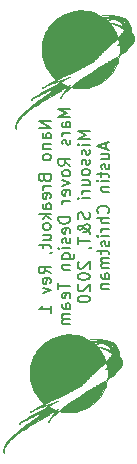
<source format=gbr>
G04 #@! TF.GenerationSoftware,KiCad,Pcbnew,(5.1.2)-1*
G04 #@! TF.CreationDate,2020-03-02T19:29:20-06:00*
G04 #@! TF.ProjectId,NanoBreakoutBoard_Rev1_2020,4e616e6f-4272-4656-916b-6f7574426f61,rev?*
G04 #@! TF.SameCoordinates,Original*
G04 #@! TF.FileFunction,Legend,Bot*
G04 #@! TF.FilePolarity,Positive*
%FSLAX46Y46*%
G04 Gerber Fmt 4.6, Leading zero omitted, Abs format (unit mm)*
G04 Created by KiCad (PCBNEW (5.1.2)-1) date 2020-03-02 19:29:20*
%MOMM*%
%LPD*%
G04 APERTURE LIST*
%ADD10C,0.150000*%
%ADD11C,0.010000*%
G04 APERTURE END LIST*
D10*
X154187380Y-104934761D02*
X153187380Y-104934761D01*
X154187380Y-105506190D01*
X153187380Y-105506190D01*
X154187380Y-106410952D02*
X153663571Y-106410952D01*
X153568333Y-106363333D01*
X153520714Y-106268095D01*
X153520714Y-106077619D01*
X153568333Y-105982380D01*
X154139761Y-106410952D02*
X154187380Y-106315714D01*
X154187380Y-106077619D01*
X154139761Y-105982380D01*
X154044523Y-105934761D01*
X153949285Y-105934761D01*
X153854047Y-105982380D01*
X153806428Y-106077619D01*
X153806428Y-106315714D01*
X153758809Y-106410952D01*
X153520714Y-106887142D02*
X154187380Y-106887142D01*
X153615952Y-106887142D02*
X153568333Y-106934761D01*
X153520714Y-107030000D01*
X153520714Y-107172857D01*
X153568333Y-107268095D01*
X153663571Y-107315714D01*
X154187380Y-107315714D01*
X154187380Y-107934761D02*
X154139761Y-107839523D01*
X154092142Y-107791904D01*
X153996904Y-107744285D01*
X153711190Y-107744285D01*
X153615952Y-107791904D01*
X153568333Y-107839523D01*
X153520714Y-107934761D01*
X153520714Y-108077619D01*
X153568333Y-108172857D01*
X153615952Y-108220476D01*
X153711190Y-108268095D01*
X153996904Y-108268095D01*
X154092142Y-108220476D01*
X154139761Y-108172857D01*
X154187380Y-108077619D01*
X154187380Y-107934761D01*
X153663571Y-109791904D02*
X153711190Y-109934761D01*
X153758809Y-109982380D01*
X153854047Y-110030000D01*
X153996904Y-110030000D01*
X154092142Y-109982380D01*
X154139761Y-109934761D01*
X154187380Y-109839523D01*
X154187380Y-109458571D01*
X153187380Y-109458571D01*
X153187380Y-109791904D01*
X153235000Y-109887142D01*
X153282619Y-109934761D01*
X153377857Y-109982380D01*
X153473095Y-109982380D01*
X153568333Y-109934761D01*
X153615952Y-109887142D01*
X153663571Y-109791904D01*
X153663571Y-109458571D01*
X154187380Y-110458571D02*
X153520714Y-110458571D01*
X153711190Y-110458571D02*
X153615952Y-110506190D01*
X153568333Y-110553809D01*
X153520714Y-110649047D01*
X153520714Y-110744285D01*
X154139761Y-111458571D02*
X154187380Y-111363333D01*
X154187380Y-111172857D01*
X154139761Y-111077619D01*
X154044523Y-111030000D01*
X153663571Y-111030000D01*
X153568333Y-111077619D01*
X153520714Y-111172857D01*
X153520714Y-111363333D01*
X153568333Y-111458571D01*
X153663571Y-111506190D01*
X153758809Y-111506190D01*
X153854047Y-111030000D01*
X154187380Y-112363333D02*
X153663571Y-112363333D01*
X153568333Y-112315714D01*
X153520714Y-112220476D01*
X153520714Y-112030000D01*
X153568333Y-111934761D01*
X154139761Y-112363333D02*
X154187380Y-112268095D01*
X154187380Y-112030000D01*
X154139761Y-111934761D01*
X154044523Y-111887142D01*
X153949285Y-111887142D01*
X153854047Y-111934761D01*
X153806428Y-112030000D01*
X153806428Y-112268095D01*
X153758809Y-112363333D01*
X154187380Y-112839523D02*
X153187380Y-112839523D01*
X153806428Y-112934761D02*
X154187380Y-113220476D01*
X153520714Y-113220476D02*
X153901666Y-112839523D01*
X154187380Y-113791904D02*
X154139761Y-113696666D01*
X154092142Y-113649047D01*
X153996904Y-113601428D01*
X153711190Y-113601428D01*
X153615952Y-113649047D01*
X153568333Y-113696666D01*
X153520714Y-113791904D01*
X153520714Y-113934761D01*
X153568333Y-114030000D01*
X153615952Y-114077619D01*
X153711190Y-114125238D01*
X153996904Y-114125238D01*
X154092142Y-114077619D01*
X154139761Y-114030000D01*
X154187380Y-113934761D01*
X154187380Y-113791904D01*
X153520714Y-114982380D02*
X154187380Y-114982380D01*
X153520714Y-114553809D02*
X154044523Y-114553809D01*
X154139761Y-114601428D01*
X154187380Y-114696666D01*
X154187380Y-114839523D01*
X154139761Y-114934761D01*
X154092142Y-114982380D01*
X153520714Y-115315714D02*
X153520714Y-115696666D01*
X153187380Y-115458571D02*
X154044523Y-115458571D01*
X154139761Y-115506190D01*
X154187380Y-115601428D01*
X154187380Y-115696666D01*
X154139761Y-116077619D02*
X154187380Y-116077619D01*
X154282619Y-116030000D01*
X154330238Y-115982380D01*
X154187380Y-117839523D02*
X153711190Y-117506190D01*
X154187380Y-117268095D02*
X153187380Y-117268095D01*
X153187380Y-117649047D01*
X153235000Y-117744285D01*
X153282619Y-117791904D01*
X153377857Y-117839523D01*
X153520714Y-117839523D01*
X153615952Y-117791904D01*
X153663571Y-117744285D01*
X153711190Y-117649047D01*
X153711190Y-117268095D01*
X154139761Y-118649047D02*
X154187380Y-118553809D01*
X154187380Y-118363333D01*
X154139761Y-118268095D01*
X154044523Y-118220476D01*
X153663571Y-118220476D01*
X153568333Y-118268095D01*
X153520714Y-118363333D01*
X153520714Y-118553809D01*
X153568333Y-118649047D01*
X153663571Y-118696666D01*
X153758809Y-118696666D01*
X153854047Y-118220476D01*
X153520714Y-119030000D02*
X154187380Y-119268095D01*
X153520714Y-119506190D01*
X154187380Y-121172857D02*
X154187380Y-120601428D01*
X154187380Y-120887142D02*
X153187380Y-120887142D01*
X153330238Y-120791904D01*
X153425476Y-120696666D01*
X153473095Y-120601428D01*
X155837380Y-103910952D02*
X154837380Y-103910952D01*
X155551666Y-104244285D01*
X154837380Y-104577619D01*
X155837380Y-104577619D01*
X155837380Y-105482380D02*
X155313571Y-105482380D01*
X155218333Y-105434761D01*
X155170714Y-105339523D01*
X155170714Y-105149047D01*
X155218333Y-105053809D01*
X155789761Y-105482380D02*
X155837380Y-105387142D01*
X155837380Y-105149047D01*
X155789761Y-105053809D01*
X155694523Y-105006190D01*
X155599285Y-105006190D01*
X155504047Y-105053809D01*
X155456428Y-105149047D01*
X155456428Y-105387142D01*
X155408809Y-105482380D01*
X155837380Y-105958571D02*
X155170714Y-105958571D01*
X155361190Y-105958571D02*
X155265952Y-106006190D01*
X155218333Y-106053809D01*
X155170714Y-106149047D01*
X155170714Y-106244285D01*
X155789761Y-106530000D02*
X155837380Y-106625238D01*
X155837380Y-106815714D01*
X155789761Y-106910952D01*
X155694523Y-106958571D01*
X155646904Y-106958571D01*
X155551666Y-106910952D01*
X155504047Y-106815714D01*
X155504047Y-106672857D01*
X155456428Y-106577619D01*
X155361190Y-106530000D01*
X155313571Y-106530000D01*
X155218333Y-106577619D01*
X155170714Y-106672857D01*
X155170714Y-106815714D01*
X155218333Y-106910952D01*
X155837380Y-108720476D02*
X155361190Y-108387142D01*
X155837380Y-108149047D02*
X154837380Y-108149047D01*
X154837380Y-108530000D01*
X154885000Y-108625238D01*
X154932619Y-108672857D01*
X155027857Y-108720476D01*
X155170714Y-108720476D01*
X155265952Y-108672857D01*
X155313571Y-108625238D01*
X155361190Y-108530000D01*
X155361190Y-108149047D01*
X155837380Y-109291904D02*
X155789761Y-109196666D01*
X155742142Y-109149047D01*
X155646904Y-109101428D01*
X155361190Y-109101428D01*
X155265952Y-109149047D01*
X155218333Y-109196666D01*
X155170714Y-109291904D01*
X155170714Y-109434761D01*
X155218333Y-109530000D01*
X155265952Y-109577619D01*
X155361190Y-109625238D01*
X155646904Y-109625238D01*
X155742142Y-109577619D01*
X155789761Y-109530000D01*
X155837380Y-109434761D01*
X155837380Y-109291904D01*
X155170714Y-109958571D02*
X155837380Y-110196666D01*
X155170714Y-110434761D01*
X155789761Y-111196666D02*
X155837380Y-111101428D01*
X155837380Y-110910952D01*
X155789761Y-110815714D01*
X155694523Y-110768095D01*
X155313571Y-110768095D01*
X155218333Y-110815714D01*
X155170714Y-110910952D01*
X155170714Y-111101428D01*
X155218333Y-111196666D01*
X155313571Y-111244285D01*
X155408809Y-111244285D01*
X155504047Y-110768095D01*
X155837380Y-111672857D02*
X155170714Y-111672857D01*
X155361190Y-111672857D02*
X155265952Y-111720476D01*
X155218333Y-111768095D01*
X155170714Y-111863333D01*
X155170714Y-111958571D01*
X155837380Y-113053809D02*
X154837380Y-113053809D01*
X154837380Y-113291904D01*
X154885000Y-113434761D01*
X154980238Y-113530000D01*
X155075476Y-113577619D01*
X155265952Y-113625238D01*
X155408809Y-113625238D01*
X155599285Y-113577619D01*
X155694523Y-113530000D01*
X155789761Y-113434761D01*
X155837380Y-113291904D01*
X155837380Y-113053809D01*
X155789761Y-114434761D02*
X155837380Y-114339523D01*
X155837380Y-114149047D01*
X155789761Y-114053809D01*
X155694523Y-114006190D01*
X155313571Y-114006190D01*
X155218333Y-114053809D01*
X155170714Y-114149047D01*
X155170714Y-114339523D01*
X155218333Y-114434761D01*
X155313571Y-114482380D01*
X155408809Y-114482380D01*
X155504047Y-114006190D01*
X155789761Y-114863333D02*
X155837380Y-114958571D01*
X155837380Y-115149047D01*
X155789761Y-115244285D01*
X155694523Y-115291904D01*
X155646904Y-115291904D01*
X155551666Y-115244285D01*
X155504047Y-115149047D01*
X155504047Y-115006190D01*
X155456428Y-114910952D01*
X155361190Y-114863333D01*
X155313571Y-114863333D01*
X155218333Y-114910952D01*
X155170714Y-115006190D01*
X155170714Y-115149047D01*
X155218333Y-115244285D01*
X155837380Y-115720476D02*
X155170714Y-115720476D01*
X154837380Y-115720476D02*
X154885000Y-115672857D01*
X154932619Y-115720476D01*
X154885000Y-115768095D01*
X154837380Y-115720476D01*
X154932619Y-115720476D01*
X155170714Y-116625238D02*
X155980238Y-116625238D01*
X156075476Y-116577619D01*
X156123095Y-116530000D01*
X156170714Y-116434761D01*
X156170714Y-116291904D01*
X156123095Y-116196666D01*
X155789761Y-116625238D02*
X155837380Y-116530000D01*
X155837380Y-116339523D01*
X155789761Y-116244285D01*
X155742142Y-116196666D01*
X155646904Y-116149047D01*
X155361190Y-116149047D01*
X155265952Y-116196666D01*
X155218333Y-116244285D01*
X155170714Y-116339523D01*
X155170714Y-116530000D01*
X155218333Y-116625238D01*
X155170714Y-117101428D02*
X155837380Y-117101428D01*
X155265952Y-117101428D02*
X155218333Y-117149047D01*
X155170714Y-117244285D01*
X155170714Y-117387142D01*
X155218333Y-117482380D01*
X155313571Y-117530000D01*
X155837380Y-117530000D01*
X154837380Y-118625238D02*
X154837380Y-119196666D01*
X155837380Y-118910952D02*
X154837380Y-118910952D01*
X155789761Y-119910952D02*
X155837380Y-119815714D01*
X155837380Y-119625238D01*
X155789761Y-119530000D01*
X155694523Y-119482380D01*
X155313571Y-119482380D01*
X155218333Y-119530000D01*
X155170714Y-119625238D01*
X155170714Y-119815714D01*
X155218333Y-119910952D01*
X155313571Y-119958571D01*
X155408809Y-119958571D01*
X155504047Y-119482380D01*
X155837380Y-120815714D02*
X155313571Y-120815714D01*
X155218333Y-120768095D01*
X155170714Y-120672857D01*
X155170714Y-120482380D01*
X155218333Y-120387142D01*
X155789761Y-120815714D02*
X155837380Y-120720476D01*
X155837380Y-120482380D01*
X155789761Y-120387142D01*
X155694523Y-120339523D01*
X155599285Y-120339523D01*
X155504047Y-120387142D01*
X155456428Y-120482380D01*
X155456428Y-120720476D01*
X155408809Y-120815714D01*
X155837380Y-121291904D02*
X155170714Y-121291904D01*
X155265952Y-121291904D02*
X155218333Y-121339523D01*
X155170714Y-121434761D01*
X155170714Y-121577619D01*
X155218333Y-121672857D01*
X155313571Y-121720476D01*
X155837380Y-121720476D01*
X155313571Y-121720476D02*
X155218333Y-121768095D01*
X155170714Y-121863333D01*
X155170714Y-122006190D01*
X155218333Y-122101428D01*
X155313571Y-122149047D01*
X155837380Y-122149047D01*
X157487380Y-105815714D02*
X156487380Y-105815714D01*
X157201666Y-106149047D01*
X156487380Y-106482380D01*
X157487380Y-106482380D01*
X157487380Y-106958571D02*
X156820714Y-106958571D01*
X156487380Y-106958571D02*
X156535000Y-106910952D01*
X156582619Y-106958571D01*
X156535000Y-107006190D01*
X156487380Y-106958571D01*
X156582619Y-106958571D01*
X157439761Y-107387142D02*
X157487380Y-107482380D01*
X157487380Y-107672857D01*
X157439761Y-107768095D01*
X157344523Y-107815714D01*
X157296904Y-107815714D01*
X157201666Y-107768095D01*
X157154047Y-107672857D01*
X157154047Y-107530000D01*
X157106428Y-107434761D01*
X157011190Y-107387142D01*
X156963571Y-107387142D01*
X156868333Y-107434761D01*
X156820714Y-107530000D01*
X156820714Y-107672857D01*
X156868333Y-107768095D01*
X157439761Y-108196666D02*
X157487380Y-108291904D01*
X157487380Y-108482380D01*
X157439761Y-108577619D01*
X157344523Y-108625238D01*
X157296904Y-108625238D01*
X157201666Y-108577619D01*
X157154047Y-108482380D01*
X157154047Y-108339523D01*
X157106428Y-108244285D01*
X157011190Y-108196666D01*
X156963571Y-108196666D01*
X156868333Y-108244285D01*
X156820714Y-108339523D01*
X156820714Y-108482380D01*
X156868333Y-108577619D01*
X157487380Y-109196666D02*
X157439761Y-109101428D01*
X157392142Y-109053809D01*
X157296904Y-109006190D01*
X157011190Y-109006190D01*
X156915952Y-109053809D01*
X156868333Y-109101428D01*
X156820714Y-109196666D01*
X156820714Y-109339523D01*
X156868333Y-109434761D01*
X156915952Y-109482380D01*
X157011190Y-109530000D01*
X157296904Y-109530000D01*
X157392142Y-109482380D01*
X157439761Y-109434761D01*
X157487380Y-109339523D01*
X157487380Y-109196666D01*
X156820714Y-110387142D02*
X157487380Y-110387142D01*
X156820714Y-109958571D02*
X157344523Y-109958571D01*
X157439761Y-110006190D01*
X157487380Y-110101428D01*
X157487380Y-110244285D01*
X157439761Y-110339523D01*
X157392142Y-110387142D01*
X157487380Y-110863333D02*
X156820714Y-110863333D01*
X157011190Y-110863333D02*
X156915952Y-110910952D01*
X156868333Y-110958571D01*
X156820714Y-111053809D01*
X156820714Y-111149047D01*
X157487380Y-111482380D02*
X156820714Y-111482380D01*
X156487380Y-111482380D02*
X156535000Y-111434761D01*
X156582619Y-111482380D01*
X156535000Y-111530000D01*
X156487380Y-111482380D01*
X156582619Y-111482380D01*
X157439761Y-112672857D02*
X157487380Y-112815714D01*
X157487380Y-113053809D01*
X157439761Y-113149047D01*
X157392142Y-113196666D01*
X157296904Y-113244285D01*
X157201666Y-113244285D01*
X157106428Y-113196666D01*
X157058809Y-113149047D01*
X157011190Y-113053809D01*
X156963571Y-112863333D01*
X156915952Y-112768095D01*
X156868333Y-112720476D01*
X156773095Y-112672857D01*
X156677857Y-112672857D01*
X156582619Y-112720476D01*
X156535000Y-112768095D01*
X156487380Y-112863333D01*
X156487380Y-113101428D01*
X156535000Y-113244285D01*
X157487380Y-114482380D02*
X157487380Y-114434761D01*
X157439761Y-114339523D01*
X157296904Y-114196666D01*
X157011190Y-113958571D01*
X156868333Y-113863333D01*
X156725476Y-113815714D01*
X156630238Y-113815714D01*
X156535000Y-113863333D01*
X156487380Y-113958571D01*
X156487380Y-114006190D01*
X156535000Y-114101428D01*
X156630238Y-114149047D01*
X156677857Y-114149047D01*
X156773095Y-114101428D01*
X156820714Y-114053809D01*
X157011190Y-113768095D01*
X157058809Y-113720476D01*
X157154047Y-113672857D01*
X157296904Y-113672857D01*
X157392142Y-113720476D01*
X157439761Y-113768095D01*
X157487380Y-113863333D01*
X157487380Y-114006190D01*
X157439761Y-114101428D01*
X157392142Y-114149047D01*
X157201666Y-114291904D01*
X157058809Y-114339523D01*
X156963571Y-114339523D01*
X156487380Y-114768095D02*
X156487380Y-115339523D01*
X157487380Y-115053809D02*
X156487380Y-115053809D01*
X157439761Y-115720476D02*
X157487380Y-115720476D01*
X157582619Y-115672857D01*
X157630238Y-115625238D01*
X156582619Y-116863333D02*
X156535000Y-116910952D01*
X156487380Y-117006190D01*
X156487380Y-117244285D01*
X156535000Y-117339523D01*
X156582619Y-117387142D01*
X156677857Y-117434761D01*
X156773095Y-117434761D01*
X156915952Y-117387142D01*
X157487380Y-116815714D01*
X157487380Y-117434761D01*
X156487380Y-118053809D02*
X156487380Y-118149047D01*
X156535000Y-118244285D01*
X156582619Y-118291904D01*
X156677857Y-118339523D01*
X156868333Y-118387142D01*
X157106428Y-118387142D01*
X157296904Y-118339523D01*
X157392142Y-118291904D01*
X157439761Y-118244285D01*
X157487380Y-118149047D01*
X157487380Y-118053809D01*
X157439761Y-117958571D01*
X157392142Y-117910952D01*
X157296904Y-117863333D01*
X157106428Y-117815714D01*
X156868333Y-117815714D01*
X156677857Y-117863333D01*
X156582619Y-117910952D01*
X156535000Y-117958571D01*
X156487380Y-118053809D01*
X156582619Y-118768095D02*
X156535000Y-118815714D01*
X156487380Y-118910952D01*
X156487380Y-119149047D01*
X156535000Y-119244285D01*
X156582619Y-119291904D01*
X156677857Y-119339523D01*
X156773095Y-119339523D01*
X156915952Y-119291904D01*
X157487380Y-118720476D01*
X157487380Y-119339523D01*
X156487380Y-119958571D02*
X156487380Y-120053809D01*
X156535000Y-120149047D01*
X156582619Y-120196666D01*
X156677857Y-120244285D01*
X156868333Y-120291904D01*
X157106428Y-120291904D01*
X157296904Y-120244285D01*
X157392142Y-120196666D01*
X157439761Y-120149047D01*
X157487380Y-120053809D01*
X157487380Y-119958571D01*
X157439761Y-119863333D01*
X157392142Y-119815714D01*
X157296904Y-119768095D01*
X157106428Y-119720476D01*
X156868333Y-119720476D01*
X156677857Y-119768095D01*
X156582619Y-119815714D01*
X156535000Y-119863333D01*
X156487380Y-119958571D01*
X158851666Y-106815714D02*
X158851666Y-107291904D01*
X159137380Y-106720476D02*
X158137380Y-107053809D01*
X159137380Y-107387142D01*
X158470714Y-108149047D02*
X159137380Y-108149047D01*
X158470714Y-107720476D02*
X158994523Y-107720476D01*
X159089761Y-107768095D01*
X159137380Y-107863333D01*
X159137380Y-108006190D01*
X159089761Y-108101428D01*
X159042142Y-108149047D01*
X159089761Y-108577619D02*
X159137380Y-108672857D01*
X159137380Y-108863333D01*
X159089761Y-108958571D01*
X158994523Y-109006190D01*
X158946904Y-109006190D01*
X158851666Y-108958571D01*
X158804047Y-108863333D01*
X158804047Y-108720476D01*
X158756428Y-108625238D01*
X158661190Y-108577619D01*
X158613571Y-108577619D01*
X158518333Y-108625238D01*
X158470714Y-108720476D01*
X158470714Y-108863333D01*
X158518333Y-108958571D01*
X158470714Y-109291904D02*
X158470714Y-109672857D01*
X158137380Y-109434761D02*
X158994523Y-109434761D01*
X159089761Y-109482380D01*
X159137380Y-109577619D01*
X159137380Y-109672857D01*
X159137380Y-110006190D02*
X158470714Y-110006190D01*
X158137380Y-110006190D02*
X158185000Y-109958571D01*
X158232619Y-110006190D01*
X158185000Y-110053809D01*
X158137380Y-110006190D01*
X158232619Y-110006190D01*
X158470714Y-110482380D02*
X159137380Y-110482380D01*
X158565952Y-110482380D02*
X158518333Y-110530000D01*
X158470714Y-110625238D01*
X158470714Y-110768095D01*
X158518333Y-110863333D01*
X158613571Y-110910952D01*
X159137380Y-110910952D01*
X159042142Y-112720476D02*
X159089761Y-112672857D01*
X159137380Y-112530000D01*
X159137380Y-112434761D01*
X159089761Y-112291904D01*
X158994523Y-112196666D01*
X158899285Y-112149047D01*
X158708809Y-112101428D01*
X158565952Y-112101428D01*
X158375476Y-112149047D01*
X158280238Y-112196666D01*
X158185000Y-112291904D01*
X158137380Y-112434761D01*
X158137380Y-112530000D01*
X158185000Y-112672857D01*
X158232619Y-112720476D01*
X159137380Y-113149047D02*
X158137380Y-113149047D01*
X159137380Y-113577619D02*
X158613571Y-113577619D01*
X158518333Y-113530000D01*
X158470714Y-113434761D01*
X158470714Y-113291904D01*
X158518333Y-113196666D01*
X158565952Y-113149047D01*
X159137380Y-114053809D02*
X158470714Y-114053809D01*
X158661190Y-114053809D02*
X158565952Y-114101428D01*
X158518333Y-114149047D01*
X158470714Y-114244285D01*
X158470714Y-114339523D01*
X159137380Y-114672857D02*
X158470714Y-114672857D01*
X158137380Y-114672857D02*
X158185000Y-114625238D01*
X158232619Y-114672857D01*
X158185000Y-114720476D01*
X158137380Y-114672857D01*
X158232619Y-114672857D01*
X159089761Y-115101428D02*
X159137380Y-115196666D01*
X159137380Y-115387142D01*
X159089761Y-115482380D01*
X158994523Y-115530000D01*
X158946904Y-115530000D01*
X158851666Y-115482380D01*
X158804047Y-115387142D01*
X158804047Y-115244285D01*
X158756428Y-115149047D01*
X158661190Y-115101428D01*
X158613571Y-115101428D01*
X158518333Y-115149047D01*
X158470714Y-115244285D01*
X158470714Y-115387142D01*
X158518333Y-115482380D01*
X158470714Y-115815714D02*
X158470714Y-116196666D01*
X158137380Y-115958571D02*
X158994523Y-115958571D01*
X159089761Y-116006190D01*
X159137380Y-116101428D01*
X159137380Y-116196666D01*
X159137380Y-116530000D02*
X158470714Y-116530000D01*
X158565952Y-116530000D02*
X158518333Y-116577619D01*
X158470714Y-116672857D01*
X158470714Y-116815714D01*
X158518333Y-116910952D01*
X158613571Y-116958571D01*
X159137380Y-116958571D01*
X158613571Y-116958571D02*
X158518333Y-117006190D01*
X158470714Y-117101428D01*
X158470714Y-117244285D01*
X158518333Y-117339523D01*
X158613571Y-117387142D01*
X159137380Y-117387142D01*
X159137380Y-118291904D02*
X158613571Y-118291904D01*
X158518333Y-118244285D01*
X158470714Y-118149047D01*
X158470714Y-117958571D01*
X158518333Y-117863333D01*
X159089761Y-118291904D02*
X159137380Y-118196666D01*
X159137380Y-117958571D01*
X159089761Y-117863333D01*
X158994523Y-117815714D01*
X158899285Y-117815714D01*
X158804047Y-117863333D01*
X158756428Y-117958571D01*
X158756428Y-118196666D01*
X158708809Y-118291904D01*
X158470714Y-118768095D02*
X159137380Y-118768095D01*
X158565952Y-118768095D02*
X158518333Y-118815714D01*
X158470714Y-118910952D01*
X158470714Y-119053809D01*
X158518333Y-119149047D01*
X158613571Y-119196666D01*
X159137380Y-119196666D01*
D11*
G36*
X150180769Y-132870611D02*
G01*
X150190247Y-132936325D01*
X150205802Y-132989830D01*
X150209335Y-132997991D01*
X150224513Y-133030743D01*
X150219418Y-133000625D01*
X150207662Y-132895801D01*
X150208445Y-132797617D01*
X150221718Y-132710532D01*
X150222611Y-132706937D01*
X150255983Y-132605457D01*
X150305990Y-132499707D01*
X150372926Y-132389329D01*
X150457084Y-132273959D01*
X150558758Y-132153239D01*
X150678241Y-132026807D01*
X150815827Y-131894302D01*
X150971810Y-131755364D01*
X151053484Y-131686131D01*
X151130949Y-131621990D01*
X151206490Y-131560712D01*
X151281494Y-131501339D01*
X151357349Y-131442908D01*
X151435443Y-131384460D01*
X151517164Y-131325035D01*
X151603901Y-131263672D01*
X151697042Y-131199412D01*
X151797974Y-131131293D01*
X151908086Y-131058356D01*
X152028766Y-130979640D01*
X152161402Y-130894185D01*
X152307382Y-130801032D01*
X152468094Y-130699218D01*
X152603803Y-130613657D01*
X152918436Y-130418545D01*
X153230350Y-130230882D01*
X153534508Y-130053685D01*
X153612775Y-130009089D01*
X153683489Y-129968787D01*
X153764819Y-129922095D01*
X153850107Y-129872858D01*
X153932695Y-129824919D01*
X154004674Y-129782857D01*
X154076491Y-129740962D01*
X154156024Y-129695005D01*
X154237086Y-129648534D01*
X154313487Y-129605095D01*
X154379041Y-129568235D01*
X154381156Y-129567056D01*
X154438093Y-129535267D01*
X154491926Y-129505110D01*
X154539088Y-129478591D01*
X154576012Y-129457717D01*
X154599129Y-129444493D01*
X154599844Y-129444077D01*
X154643198Y-129418822D01*
X154539607Y-129379847D01*
X154488375Y-129359404D01*
X154429534Y-129333989D01*
X154365588Y-129304877D01*
X154299037Y-129273341D01*
X154232382Y-129240658D01*
X154168126Y-129208103D01*
X154108768Y-129176949D01*
X154056811Y-129148473D01*
X154014756Y-129123950D01*
X153985104Y-129104654D01*
X153970357Y-129091860D01*
X153969178Y-129089081D01*
X153977572Y-129082335D01*
X154000847Y-129067854D01*
X154036146Y-129047309D01*
X154080609Y-129022370D01*
X154122281Y-128999609D01*
X154190074Y-128962856D01*
X154262307Y-128923446D01*
X154336820Y-128882579D01*
X154411458Y-128841455D01*
X154484062Y-128801274D01*
X154552475Y-128763236D01*
X154614539Y-128728542D01*
X154668098Y-128698392D01*
X154710993Y-128673986D01*
X154741067Y-128656524D01*
X154756163Y-128647207D01*
X154757281Y-128646350D01*
X154752874Y-128645653D01*
X154733080Y-128650990D01*
X154701314Y-128661345D01*
X154671945Y-128671701D01*
X154602839Y-128696852D01*
X154526605Y-128724809D01*
X154445372Y-128754773D01*
X154361267Y-128785946D01*
X154276420Y-128817528D01*
X154192958Y-128848720D01*
X154113010Y-128878723D01*
X154038705Y-128906739D01*
X153972170Y-128931966D01*
X153915535Y-128953608D01*
X153870927Y-128970864D01*
X153840475Y-128982936D01*
X153826307Y-128989024D01*
X153825613Y-128989455D01*
X153829539Y-128997923D01*
X153847113Y-129013805D01*
X153874842Y-129034061D01*
X153883340Y-129039705D01*
X153914290Y-129060646D01*
X153937329Y-129077714D01*
X153948390Y-129087855D01*
X153948812Y-129088899D01*
X153940266Y-129095255D01*
X153916483Y-129109546D01*
X153879993Y-129130341D01*
X153833322Y-129156212D01*
X153778996Y-129185730D01*
X153751148Y-129200664D01*
X153685663Y-129235835D01*
X153607853Y-129277945D01*
X153522931Y-129324151D01*
X153436110Y-129371615D01*
X153352602Y-129417494D01*
X153302166Y-129445343D01*
X153229007Y-129485768D01*
X153142862Y-129533255D01*
X153048376Y-129585250D01*
X152950191Y-129639202D01*
X152852949Y-129692558D01*
X152761295Y-129742766D01*
X152729297Y-129760269D01*
X152581700Y-129841620D01*
X152439022Y-129921524D01*
X152302716Y-129999118D01*
X152174233Y-130073536D01*
X152055026Y-130143911D01*
X151946547Y-130209379D01*
X151850248Y-130269074D01*
X151767581Y-130322131D01*
X151699998Y-130367683D01*
X151652561Y-130402089D01*
X151594448Y-130450284D01*
X151552666Y-130493268D01*
X151527611Y-130530327D01*
X151519683Y-130560750D01*
X151529278Y-130583825D01*
X151545105Y-130594547D01*
X151571923Y-130604486D01*
X151587690Y-130606196D01*
X151589795Y-130600540D01*
X151575630Y-130588379D01*
X151571557Y-130585813D01*
X151548026Y-130566440D01*
X151541450Y-130548440D01*
X151541492Y-130548202D01*
X151553535Y-130529334D01*
X151583608Y-130503203D01*
X151631147Y-130470126D01*
X151695588Y-130430420D01*
X151776369Y-130384404D01*
X151872925Y-130332393D01*
X151984694Y-130274707D01*
X152111113Y-130211662D01*
X152251616Y-130143576D01*
X152302617Y-130119278D01*
X152353608Y-130095348D01*
X152416769Y-130066141D01*
X152490448Y-130032391D01*
X152572993Y-129994833D01*
X152662752Y-129954202D01*
X152758073Y-129911233D01*
X152857302Y-129866660D01*
X152958789Y-129821220D01*
X153060880Y-129775646D01*
X153161923Y-129730674D01*
X153260266Y-129687038D01*
X153354257Y-129645474D01*
X153442244Y-129606715D01*
X153522573Y-129571499D01*
X153593594Y-129540558D01*
X153653653Y-129514628D01*
X153701099Y-129494444D01*
X153734279Y-129480741D01*
X153751541Y-129474254D01*
X153753666Y-129473874D01*
X153746482Y-129480020D01*
X153724835Y-129495760D01*
X153690958Y-129519536D01*
X153647087Y-129549791D01*
X153595456Y-129584968D01*
X153555006Y-129612285D01*
X153487757Y-129657822D01*
X153408848Y-129711733D01*
X153320245Y-129772643D01*
X153223915Y-129839175D01*
X153121824Y-129909953D01*
X153015937Y-129983602D01*
X152908222Y-130058745D01*
X152800642Y-130134006D01*
X152695166Y-130208009D01*
X152593758Y-130279378D01*
X152498385Y-130346736D01*
X152411013Y-130408709D01*
X152333608Y-130463919D01*
X152268135Y-130510991D01*
X152216562Y-130548548D01*
X152202222Y-130559143D01*
X151958530Y-130742410D01*
X151732455Y-130917183D01*
X151523603Y-131083843D01*
X151331578Y-131242766D01*
X151155985Y-131394334D01*
X150996429Y-131538924D01*
X150852515Y-131676915D01*
X150723847Y-131808686D01*
X150610031Y-131934617D01*
X150510671Y-132055087D01*
X150425373Y-132170473D01*
X150353741Y-132281156D01*
X150295379Y-132387514D01*
X150295032Y-132388214D01*
X150257195Y-132467495D01*
X150228791Y-132534971D01*
X150208175Y-132595587D01*
X150193703Y-132654283D01*
X150183731Y-132716003D01*
X150182429Y-132726606D01*
X150177964Y-132798700D01*
X150180769Y-132870611D01*
X150180769Y-132870611D01*
G37*
X150180769Y-132870611D02*
X150190247Y-132936325D01*
X150205802Y-132989830D01*
X150209335Y-132997991D01*
X150224513Y-133030743D01*
X150219418Y-133000625D01*
X150207662Y-132895801D01*
X150208445Y-132797617D01*
X150221718Y-132710532D01*
X150222611Y-132706937D01*
X150255983Y-132605457D01*
X150305990Y-132499707D01*
X150372926Y-132389329D01*
X150457084Y-132273959D01*
X150558758Y-132153239D01*
X150678241Y-132026807D01*
X150815827Y-131894302D01*
X150971810Y-131755364D01*
X151053484Y-131686131D01*
X151130949Y-131621990D01*
X151206490Y-131560712D01*
X151281494Y-131501339D01*
X151357349Y-131442908D01*
X151435443Y-131384460D01*
X151517164Y-131325035D01*
X151603901Y-131263672D01*
X151697042Y-131199412D01*
X151797974Y-131131293D01*
X151908086Y-131058356D01*
X152028766Y-130979640D01*
X152161402Y-130894185D01*
X152307382Y-130801032D01*
X152468094Y-130699218D01*
X152603803Y-130613657D01*
X152918436Y-130418545D01*
X153230350Y-130230882D01*
X153534508Y-130053685D01*
X153612775Y-130009089D01*
X153683489Y-129968787D01*
X153764819Y-129922095D01*
X153850107Y-129872858D01*
X153932695Y-129824919D01*
X154004674Y-129782857D01*
X154076491Y-129740962D01*
X154156024Y-129695005D01*
X154237086Y-129648534D01*
X154313487Y-129605095D01*
X154379041Y-129568235D01*
X154381156Y-129567056D01*
X154438093Y-129535267D01*
X154491926Y-129505110D01*
X154539088Y-129478591D01*
X154576012Y-129457717D01*
X154599129Y-129444493D01*
X154599844Y-129444077D01*
X154643198Y-129418822D01*
X154539607Y-129379847D01*
X154488375Y-129359404D01*
X154429534Y-129333989D01*
X154365588Y-129304877D01*
X154299037Y-129273341D01*
X154232382Y-129240658D01*
X154168126Y-129208103D01*
X154108768Y-129176949D01*
X154056811Y-129148473D01*
X154014756Y-129123950D01*
X153985104Y-129104654D01*
X153970357Y-129091860D01*
X153969178Y-129089081D01*
X153977572Y-129082335D01*
X154000847Y-129067854D01*
X154036146Y-129047309D01*
X154080609Y-129022370D01*
X154122281Y-128999609D01*
X154190074Y-128962856D01*
X154262307Y-128923446D01*
X154336820Y-128882579D01*
X154411458Y-128841455D01*
X154484062Y-128801274D01*
X154552475Y-128763236D01*
X154614539Y-128728542D01*
X154668098Y-128698392D01*
X154710993Y-128673986D01*
X154741067Y-128656524D01*
X154756163Y-128647207D01*
X154757281Y-128646350D01*
X154752874Y-128645653D01*
X154733080Y-128650990D01*
X154701314Y-128661345D01*
X154671945Y-128671701D01*
X154602839Y-128696852D01*
X154526605Y-128724809D01*
X154445372Y-128754773D01*
X154361267Y-128785946D01*
X154276420Y-128817528D01*
X154192958Y-128848720D01*
X154113010Y-128878723D01*
X154038705Y-128906739D01*
X153972170Y-128931966D01*
X153915535Y-128953608D01*
X153870927Y-128970864D01*
X153840475Y-128982936D01*
X153826307Y-128989024D01*
X153825613Y-128989455D01*
X153829539Y-128997923D01*
X153847113Y-129013805D01*
X153874842Y-129034061D01*
X153883340Y-129039705D01*
X153914290Y-129060646D01*
X153937329Y-129077714D01*
X153948390Y-129087855D01*
X153948812Y-129088899D01*
X153940266Y-129095255D01*
X153916483Y-129109546D01*
X153879993Y-129130341D01*
X153833322Y-129156212D01*
X153778996Y-129185730D01*
X153751148Y-129200664D01*
X153685663Y-129235835D01*
X153607853Y-129277945D01*
X153522931Y-129324151D01*
X153436110Y-129371615D01*
X153352602Y-129417494D01*
X153302166Y-129445343D01*
X153229007Y-129485768D01*
X153142862Y-129533255D01*
X153048376Y-129585250D01*
X152950191Y-129639202D01*
X152852949Y-129692558D01*
X152761295Y-129742766D01*
X152729297Y-129760269D01*
X152581700Y-129841620D01*
X152439022Y-129921524D01*
X152302716Y-129999118D01*
X152174233Y-130073536D01*
X152055026Y-130143911D01*
X151946547Y-130209379D01*
X151850248Y-130269074D01*
X151767581Y-130322131D01*
X151699998Y-130367683D01*
X151652561Y-130402089D01*
X151594448Y-130450284D01*
X151552666Y-130493268D01*
X151527611Y-130530327D01*
X151519683Y-130560750D01*
X151529278Y-130583825D01*
X151545105Y-130594547D01*
X151571923Y-130604486D01*
X151587690Y-130606196D01*
X151589795Y-130600540D01*
X151575630Y-130588379D01*
X151571557Y-130585813D01*
X151548026Y-130566440D01*
X151541450Y-130548440D01*
X151541492Y-130548202D01*
X151553535Y-130529334D01*
X151583608Y-130503203D01*
X151631147Y-130470126D01*
X151695588Y-130430420D01*
X151776369Y-130384404D01*
X151872925Y-130332393D01*
X151984694Y-130274707D01*
X152111113Y-130211662D01*
X152251616Y-130143576D01*
X152302617Y-130119278D01*
X152353608Y-130095348D01*
X152416769Y-130066141D01*
X152490448Y-130032391D01*
X152572993Y-129994833D01*
X152662752Y-129954202D01*
X152758073Y-129911233D01*
X152857302Y-129866660D01*
X152958789Y-129821220D01*
X153060880Y-129775646D01*
X153161923Y-129730674D01*
X153260266Y-129687038D01*
X153354257Y-129645474D01*
X153442244Y-129606715D01*
X153522573Y-129571499D01*
X153593594Y-129540558D01*
X153653653Y-129514628D01*
X153701099Y-129494444D01*
X153734279Y-129480741D01*
X153751541Y-129474254D01*
X153753666Y-129473874D01*
X153746482Y-129480020D01*
X153724835Y-129495760D01*
X153690958Y-129519536D01*
X153647087Y-129549791D01*
X153595456Y-129584968D01*
X153555006Y-129612285D01*
X153487757Y-129657822D01*
X153408848Y-129711733D01*
X153320245Y-129772643D01*
X153223915Y-129839175D01*
X153121824Y-129909953D01*
X153015937Y-129983602D01*
X152908222Y-130058745D01*
X152800642Y-130134006D01*
X152695166Y-130208009D01*
X152593758Y-130279378D01*
X152498385Y-130346736D01*
X152411013Y-130408709D01*
X152333608Y-130463919D01*
X152268135Y-130510991D01*
X152216562Y-130548548D01*
X152202222Y-130559143D01*
X151958530Y-130742410D01*
X151732455Y-130917183D01*
X151523603Y-131083843D01*
X151331578Y-131242766D01*
X151155985Y-131394334D01*
X150996429Y-131538924D01*
X150852515Y-131676915D01*
X150723847Y-131808686D01*
X150610031Y-131934617D01*
X150510671Y-132055087D01*
X150425373Y-132170473D01*
X150353741Y-132281156D01*
X150295379Y-132387514D01*
X150295032Y-132388214D01*
X150257195Y-132467495D01*
X150228791Y-132534971D01*
X150208175Y-132595587D01*
X150193703Y-132654283D01*
X150183731Y-132716003D01*
X150182429Y-132726606D01*
X150177964Y-132798700D01*
X150180769Y-132870611D01*
G36*
X154777360Y-128638451D02*
G01*
X154782380Y-128633431D01*
X154777360Y-128628411D01*
X154772340Y-128633431D01*
X154777360Y-128638451D01*
X154777360Y-128638451D01*
G37*
X154777360Y-128638451D02*
X154782380Y-128633431D01*
X154777360Y-128628411D01*
X154772340Y-128633431D01*
X154777360Y-128638451D01*
G36*
X152419025Y-129580354D02*
G01*
X152431126Y-129575097D01*
X152456867Y-129558000D01*
X152470756Y-129548190D01*
X152497842Y-129529840D01*
X152527573Y-129511861D01*
X152562325Y-129493125D01*
X152604477Y-129472503D01*
X152656406Y-129448868D01*
X152720489Y-129421091D01*
X152799105Y-129388043D01*
X152870244Y-129358622D01*
X152931670Y-129333600D01*
X153008444Y-129302740D01*
X153097161Y-129267379D01*
X153194415Y-129228855D01*
X153296801Y-129188506D01*
X153400915Y-129147670D01*
X153503352Y-129107686D01*
X153600706Y-129069891D01*
X153689572Y-129035623D01*
X153766545Y-129006220D01*
X153781988Y-129000369D01*
X153810648Y-128989532D01*
X153733539Y-128933220D01*
X153701301Y-128908322D01*
X153677500Y-128887298D01*
X153665255Y-128873057D01*
X153664721Y-128869006D01*
X153674970Y-128863388D01*
X153701788Y-128849808D01*
X153743649Y-128829013D01*
X153799028Y-128801749D01*
X153866401Y-128768761D01*
X153944243Y-128730796D01*
X154031029Y-128688599D01*
X154125233Y-128642917D01*
X154225332Y-128594495D01*
X154265344Y-128575172D01*
X154495675Y-128463921D01*
X154709119Y-128360687D01*
X154906925Y-128264860D01*
X155090337Y-128175831D01*
X155260603Y-128092990D01*
X155418968Y-128015727D01*
X155566678Y-127943434D01*
X155704980Y-127875500D01*
X155835120Y-127811316D01*
X155958344Y-127750273D01*
X156075899Y-127691761D01*
X156189030Y-127635170D01*
X156253170Y-127602958D01*
X156340492Y-127559299D01*
X156415559Y-127522018D01*
X156480093Y-127489790D01*
X156535820Y-127461287D01*
X156584462Y-127435185D01*
X156627744Y-127410158D01*
X156667388Y-127384879D01*
X156705118Y-127358022D01*
X156742659Y-127328263D01*
X156781733Y-127294274D01*
X156824065Y-127254730D01*
X156871378Y-127208305D01*
X156925396Y-127153674D01*
X156987842Y-127089510D01*
X157060440Y-127014487D01*
X157144913Y-126927280D01*
X157184491Y-126886554D01*
X157256369Y-126813095D01*
X157327443Y-126741228D01*
X157395806Y-126672826D01*
X157459553Y-126609766D01*
X157516777Y-126553923D01*
X157565572Y-126507171D01*
X157604031Y-126471386D01*
X157627693Y-126450557D01*
X157694302Y-126393906D01*
X157773063Y-126325212D01*
X157861789Y-126246482D01*
X157958292Y-126159725D01*
X158060383Y-126066952D01*
X158165873Y-125970170D01*
X158272576Y-125871390D01*
X158378303Y-125772620D01*
X158480865Y-125675869D01*
X158578074Y-125583146D01*
X158667743Y-125496461D01*
X158682276Y-125482277D01*
X158731495Y-125434303D01*
X158775708Y-125391468D01*
X158812984Y-125355624D01*
X158841390Y-125328621D01*
X158858992Y-125312311D01*
X158864010Y-125308216D01*
X158868406Y-125320556D01*
X158876450Y-125348514D01*
X158887143Y-125388177D01*
X158899487Y-125435627D01*
X158912484Y-125486951D01*
X158925137Y-125538232D01*
X158936446Y-125585556D01*
X158945415Y-125625007D01*
X158948646Y-125640248D01*
X158960804Y-125704725D01*
X158967207Y-125751584D01*
X158967973Y-125782406D01*
X158963219Y-125798773D01*
X158960583Y-125801197D01*
X158951119Y-125810789D01*
X158932312Y-125832492D01*
X158907264Y-125862665D01*
X158889490Y-125884616D01*
X158826677Y-125962917D01*
X158976133Y-125804457D01*
X158982227Y-125838509D01*
X158990957Y-125898866D01*
X158998029Y-125971208D01*
X159003462Y-126052794D01*
X159007277Y-126140882D01*
X159009494Y-126232733D01*
X159010133Y-126325604D01*
X159009214Y-126416756D01*
X159006757Y-126503446D01*
X159002782Y-126582934D01*
X158997310Y-126652479D01*
X158990359Y-126709339D01*
X158981951Y-126750774D01*
X158975418Y-126768727D01*
X158963573Y-126780207D01*
X158936044Y-126800525D01*
X158894607Y-126828600D01*
X158841034Y-126863347D01*
X158777098Y-126903685D01*
X158704575Y-126948531D01*
X158625236Y-126996802D01*
X158540857Y-127047416D01*
X158453210Y-127099290D01*
X158364069Y-127151340D01*
X158275208Y-127202486D01*
X158188401Y-127251643D01*
X158140601Y-127278313D01*
X158065587Y-127320634D01*
X157987270Y-127366086D01*
X157910062Y-127412021D01*
X157838374Y-127455788D01*
X157776618Y-127494738D01*
X157739020Y-127519502D01*
X157682446Y-127556553D01*
X157613712Y-127599582D01*
X157538417Y-127645202D01*
X157462161Y-127690025D01*
X157390546Y-127730663D01*
X157383199Y-127734729D01*
X157295052Y-127784622D01*
X157213585Y-127833686D01*
X157133318Y-127885448D01*
X157048778Y-127943438D01*
X156956519Y-128009701D01*
X156758263Y-128151597D01*
X156562387Y-128285685D01*
X156364061Y-128415082D01*
X156158452Y-128542904D01*
X155940732Y-128672269D01*
X155836530Y-128732383D01*
X155774546Y-128768454D01*
X155721042Y-128801279D01*
X155671826Y-128833815D01*
X155622706Y-128869021D01*
X155569488Y-128909857D01*
X155507981Y-128959280D01*
X155465068Y-128994523D01*
X155406066Y-129043164D01*
X155347214Y-129091546D01*
X155291860Y-129136927D01*
X155243355Y-129176562D01*
X155205046Y-129207709D01*
X155188981Y-129220674D01*
X155150543Y-129251876D01*
X155102481Y-129291381D01*
X155050473Y-129334496D01*
X155000201Y-129376528D01*
X154991940Y-129383477D01*
X154950501Y-129417700D01*
X154913815Y-129446739D01*
X154884870Y-129468326D01*
X154866651Y-129480192D01*
X154862508Y-129481771D01*
X154847432Y-129479093D01*
X154820033Y-129472201D01*
X154786213Y-129462810D01*
X154751871Y-129452635D01*
X154722911Y-129443392D01*
X154705231Y-129436794D01*
X154702690Y-129435329D01*
X154706755Y-129426563D01*
X154721674Y-129407725D01*
X154742848Y-129384364D01*
X154763726Y-129361194D01*
X154770645Y-129350348D01*
X154763214Y-129352451D01*
X154762301Y-129353004D01*
X154737895Y-129367041D01*
X154705840Y-129384309D01*
X154692666Y-129391121D01*
X154666914Y-129404822D01*
X154656914Y-129413224D01*
X154660376Y-129419840D01*
X154670170Y-129425604D01*
X154678384Y-129431007D01*
X154681199Y-129437831D01*
X154677001Y-129448657D01*
X154664177Y-129466065D01*
X154641111Y-129492635D01*
X154606192Y-129530950D01*
X154600271Y-129537391D01*
X154496673Y-129651022D01*
X154406322Y-129752253D01*
X154327970Y-129842579D01*
X154260370Y-129923496D01*
X154202275Y-129996500D01*
X154152437Y-130063087D01*
X154109609Y-130124751D01*
X154106577Y-130129321D01*
X154055970Y-130211052D01*
X154019945Y-130280989D01*
X153998626Y-130338784D01*
X153992137Y-130384090D01*
X154000601Y-130416559D01*
X154003296Y-130420467D01*
X154012683Y-130431184D01*
X154017267Y-130429189D01*
X154018836Y-130411573D01*
X154019057Y-130394824D01*
X154025695Y-130350065D01*
X154046938Y-130305657D01*
X154048182Y-130303679D01*
X154073027Y-130268515D01*
X154108953Y-130222972D01*
X154152724Y-130170749D01*
X154201107Y-130115548D01*
X154250865Y-130061067D01*
X154298764Y-130011009D01*
X154336646Y-129973708D01*
X154369668Y-129942729D01*
X154412004Y-129903486D01*
X154461385Y-129858037D01*
X154515541Y-129808444D01*
X154572203Y-129756765D01*
X154629101Y-129705062D01*
X154683966Y-129655394D01*
X154734528Y-129609821D01*
X154778518Y-129570403D01*
X154813666Y-129539200D01*
X154837702Y-129518272D01*
X154845970Y-129511407D01*
X154874101Y-129489279D01*
X154996403Y-129516433D01*
X155102631Y-129538739D01*
X155199850Y-129556083D01*
X155293735Y-129569121D01*
X155389962Y-129578510D01*
X155494207Y-129584907D01*
X155612146Y-129588967D01*
X155626675Y-129589309D01*
X155789888Y-129590568D01*
X155938876Y-129586193D01*
X156078830Y-129575664D01*
X156214942Y-129558461D01*
X156352404Y-129534064D01*
X156495041Y-129502284D01*
X156739762Y-129432789D01*
X156977227Y-129344933D01*
X157206470Y-129239423D01*
X157426526Y-129116968D01*
X157636433Y-128978273D01*
X157835224Y-128824045D01*
X158021935Y-128654992D01*
X158195601Y-128471821D01*
X158355259Y-128275239D01*
X158499943Y-128065953D01*
X158537801Y-128004905D01*
X158653464Y-127796556D01*
X158754640Y-127578609D01*
X158840073Y-127354404D01*
X158908505Y-127127279D01*
X158958676Y-126900575D01*
X158962905Y-126876514D01*
X158973648Y-126823739D01*
X158984727Y-126789687D01*
X158996210Y-126773262D01*
X159009197Y-126764155D01*
X159036248Y-126745393D01*
X159074878Y-126718693D01*
X159122602Y-126685771D01*
X159176934Y-126648344D01*
X159219850Y-126618813D01*
X159376266Y-126508638D01*
X159515379Y-126404994D01*
X159638447Y-126306751D01*
X159746726Y-126212779D01*
X159841474Y-126121947D01*
X159923947Y-126033125D01*
X159995404Y-125945182D01*
X160042730Y-125878812D01*
X160078445Y-125820318D01*
X160113842Y-125752978D01*
X160145965Y-125683181D01*
X160171856Y-125617315D01*
X160187591Y-125565843D01*
X160202208Y-125483512D01*
X160208709Y-125394421D01*
X160206792Y-125307323D01*
X160198657Y-125243152D01*
X160165910Y-125124179D01*
X160113740Y-125010155D01*
X160042223Y-124901234D01*
X160011949Y-124863530D01*
X159989286Y-124834427D01*
X159977522Y-124810738D01*
X159973231Y-124783805D01*
X159972815Y-124764662D01*
X159964929Y-124630121D01*
X159942158Y-124493604D01*
X159933346Y-124461137D01*
X159933346Y-125203084D01*
X159942064Y-125216983D01*
X159946139Y-125230032D01*
X159948330Y-125249074D01*
X159949403Y-125282010D01*
X159949200Y-125322677D01*
X159948867Y-125335447D01*
X159944639Y-125394011D01*
X159934911Y-125442335D01*
X159920401Y-125483819D01*
X159889416Y-125551682D01*
X159853932Y-125612414D01*
X159810231Y-125671431D01*
X159754593Y-125734146D01*
X159733172Y-125756380D01*
X159700486Y-125789191D01*
X159675051Y-125813578D01*
X159658852Y-125827736D01*
X159653874Y-125829856D01*
X159655173Y-125827384D01*
X159719621Y-125723616D01*
X159771015Y-125633955D01*
X159809793Y-125557637D01*
X159811489Y-125553984D01*
X159834581Y-125500107D01*
X159858180Y-125438402D01*
X159880408Y-125374451D01*
X159899389Y-125313835D01*
X159913245Y-125262136D01*
X159918782Y-125234927D01*
X159925379Y-125209102D01*
X159933346Y-125203084D01*
X159933346Y-124461137D01*
X159905825Y-124359737D01*
X159857258Y-124233144D01*
X159797782Y-124118453D01*
X159779001Y-124088563D01*
X159758886Y-124053991D01*
X159743252Y-124020010D01*
X159736995Y-124000190D01*
X159729229Y-123974049D01*
X159715201Y-123937308D01*
X159697733Y-123897274D01*
X159694989Y-123891435D01*
X159645914Y-123811123D01*
X159645792Y-123810993D01*
X159645792Y-124788669D01*
X159653751Y-124791999D01*
X159664513Y-124801384D01*
X159666871Y-124803598D01*
X159679256Y-124816158D01*
X159686914Y-124828640D01*
X159689960Y-124844927D01*
X159688512Y-124868900D01*
X159682688Y-124904443D01*
X159672604Y-124955438D01*
X159671603Y-124960370D01*
X159662455Y-125001396D01*
X159650687Y-125048398D01*
X159637374Y-125097741D01*
X159623590Y-125145793D01*
X159610410Y-125188919D01*
X159598909Y-125223485D01*
X159590161Y-125245859D01*
X159585241Y-125252406D01*
X159585234Y-125252398D01*
X159585192Y-125241540D01*
X159588240Y-125215731D01*
X159593770Y-125179757D01*
X159596392Y-125164435D01*
X159603056Y-125120636D01*
X159610162Y-125064173D01*
X159616848Y-125002417D01*
X159622133Y-124944253D01*
X159627179Y-124882417D01*
X159631329Y-124838267D01*
X159635320Y-124809477D01*
X159639895Y-124793719D01*
X159645792Y-124788669D01*
X159645792Y-123810993D01*
X159580567Y-123741487D01*
X159500088Y-123683197D01*
X159405614Y-123636928D01*
X159298284Y-123603349D01*
X159179236Y-123583134D01*
X159171307Y-123582317D01*
X159128136Y-123575253D01*
X159076945Y-123562847D01*
X159028170Y-123547660D01*
X159024079Y-123546179D01*
X158903128Y-123506882D01*
X158883526Y-123501826D01*
X158883526Y-123697464D01*
X158955336Y-123701844D01*
X158999065Y-123706281D01*
X159034917Y-123715317D01*
X159072429Y-123731842D01*
X159095889Y-123744426D01*
X159234070Y-123829855D01*
X159354106Y-123922609D01*
X159456786Y-124023325D01*
X159492741Y-124065447D01*
X159541540Y-124125684D01*
X159535318Y-124190941D01*
X159531561Y-124224933D01*
X159527824Y-124250013D01*
X159525065Y-124260381D01*
X159522362Y-124262532D01*
X159518798Y-124260616D01*
X159512137Y-124251476D01*
X159500146Y-124231958D01*
X159480588Y-124198903D01*
X159475897Y-124190941D01*
X159401962Y-124081216D01*
X159315508Y-123982691D01*
X159214746Y-123893763D01*
X159097886Y-123812828D01*
X158981142Y-123747366D01*
X158883526Y-123697464D01*
X158883526Y-123501826D01*
X158764671Y-123471168D01*
X158611038Y-123439519D01*
X158444562Y-123412418D01*
X158276135Y-123391271D01*
X158223569Y-123386658D01*
X158159612Y-123382788D01*
X158087310Y-123379681D01*
X158009708Y-123377360D01*
X157929852Y-123375845D01*
X157850788Y-123375158D01*
X157775562Y-123375320D01*
X157707219Y-123376352D01*
X157648806Y-123378276D01*
X157603367Y-123381113D01*
X157573949Y-123384885D01*
X157568348Y-123386314D01*
X157553161Y-123391848D01*
X157552391Y-123394923D01*
X157568069Y-123396402D01*
X157593447Y-123397013D01*
X157673211Y-123400272D01*
X157767932Y-123407297D01*
X157872968Y-123417494D01*
X157983675Y-123430270D01*
X158095411Y-123445030D01*
X158203534Y-123461181D01*
X158303399Y-123478129D01*
X158390365Y-123495281D01*
X158426886Y-123503585D01*
X158488030Y-123518925D01*
X158548333Y-123535183D01*
X158604813Y-123551431D01*
X158654483Y-123566742D01*
X158694360Y-123580185D01*
X158721459Y-123590833D01*
X158732795Y-123597756D01*
X158732829Y-123598778D01*
X158716577Y-123607999D01*
X158684652Y-123612609D01*
X158640920Y-123612614D01*
X158589250Y-123608021D01*
X158533507Y-123598838D01*
X158531326Y-123598392D01*
X158456500Y-123583849D01*
X158384880Y-123572032D01*
X158313058Y-123562660D01*
X158237627Y-123555455D01*
X158155177Y-123550137D01*
X158062301Y-123546426D01*
X157955588Y-123544042D01*
X157854475Y-123542875D01*
X157658956Y-123541310D01*
X157658956Y-123599100D01*
X157697967Y-123600065D01*
X157746540Y-123602056D01*
X157801191Y-123604900D01*
X157858434Y-123608423D01*
X157914784Y-123612448D01*
X157966755Y-123616802D01*
X157995028Y-123619567D01*
X158042152Y-123625144D01*
X158096187Y-123632554D01*
X158153193Y-123641138D01*
X158209228Y-123650237D01*
X158260349Y-123659191D01*
X158302616Y-123667341D01*
X158332086Y-123674029D01*
X158343820Y-123677894D01*
X158339742Y-123683315D01*
X158319633Y-123693257D01*
X158286660Y-123706364D01*
X158243990Y-123721276D01*
X158238405Y-123723110D01*
X158171050Y-123745697D01*
X158114489Y-123765895D01*
X158070646Y-123782941D01*
X158041443Y-123796070D01*
X158028805Y-123804519D01*
X158028786Y-123806386D01*
X158039656Y-123806048D01*
X158066247Y-123802049D01*
X158104672Y-123795051D01*
X158151042Y-123785717D01*
X158155514Y-123784777D01*
X158218810Y-123771958D01*
X158290433Y-123758305D01*
X158359785Y-123745804D01*
X158397791Y-123739372D01*
X158517591Y-123719827D01*
X158605183Y-123750335D01*
X158672352Y-123775863D01*
X158746006Y-123807430D01*
X158820616Y-123842376D01*
X158890649Y-123878045D01*
X158950572Y-123911777D01*
X158980304Y-123930609D01*
X159043710Y-123978483D01*
X159109028Y-124036581D01*
X159169937Y-124098813D01*
X159220117Y-124159094D01*
X159226224Y-124167446D01*
X159246204Y-124197831D01*
X159268218Y-124235249D01*
X159290237Y-124275690D01*
X159310235Y-124315144D01*
X159326183Y-124349603D01*
X159336054Y-124375055D01*
X159337821Y-124387493D01*
X159337626Y-124387737D01*
X159327188Y-124385889D01*
X159303359Y-124377208D01*
X159270890Y-124363460D01*
X159264103Y-124360405D01*
X159195892Y-124330765D01*
X159114243Y-124297422D01*
X159024917Y-124262559D01*
X158933672Y-124228359D01*
X158846268Y-124197006D01*
X158768465Y-124170680D01*
X158737953Y-124161005D01*
X158682029Y-124144274D01*
X158618822Y-124126222D01*
X158551489Y-124107662D01*
X158483185Y-124089406D01*
X158417066Y-124072266D01*
X158356286Y-124057055D01*
X158304002Y-124044585D01*
X158263370Y-124035669D01*
X158237544Y-124031118D01*
X158231821Y-124030705D01*
X158235668Y-124034366D01*
X158256189Y-124044576D01*
X158291399Y-124060474D01*
X158339311Y-124081196D01*
X158397941Y-124105879D01*
X158465301Y-124133659D01*
X158517083Y-124154688D01*
X158625436Y-124198776D01*
X158718463Y-124237540D01*
X158799671Y-124272616D01*
X158872567Y-124305643D01*
X158940659Y-124338257D01*
X159007454Y-124372096D01*
X159076459Y-124408797D01*
X159151181Y-124449999D01*
X159159140Y-124454450D01*
X159230135Y-124494493D01*
X159285301Y-124526433D01*
X159326534Y-124551597D01*
X159355731Y-124571313D01*
X159374788Y-124586908D01*
X159385604Y-124599710D01*
X159390074Y-124611047D01*
X159390522Y-124616397D01*
X159385174Y-124634593D01*
X159370741Y-124664575D01*
X159349636Y-124701669D01*
X159332063Y-124729551D01*
X159303906Y-124770474D01*
X159267100Y-124821156D01*
X159225858Y-124875935D01*
X159184393Y-124929148D01*
X159172516Y-124943989D01*
X159164633Y-124953612D01*
X159164633Y-125536238D01*
X159169653Y-125541257D01*
X159164633Y-125546277D01*
X159159613Y-125541257D01*
X159164633Y-125536238D01*
X159164633Y-124953612D01*
X159156145Y-124963974D01*
X159156145Y-125556317D01*
X159154243Y-125563991D01*
X159139534Y-125586931D01*
X159112106Y-125625011D01*
X159072046Y-125678107D01*
X159051337Y-125705033D01*
X159024481Y-125738843D01*
X159002167Y-125765148D01*
X158987107Y-125780858D01*
X158982163Y-125783794D01*
X158986416Y-125774951D01*
X159000606Y-125753924D01*
X159022082Y-125724177D01*
X159048196Y-125689171D01*
X159076300Y-125652370D01*
X159103746Y-125617236D01*
X159127885Y-125587232D01*
X159146068Y-125565822D01*
X159155647Y-125556467D01*
X159156145Y-125556317D01*
X159156145Y-124963974D01*
X159137119Y-124987201D01*
X159097302Y-125034645D01*
X159055099Y-125084022D01*
X159012547Y-125133033D01*
X158971681Y-125179379D01*
X158934537Y-125220763D01*
X158903151Y-125254884D01*
X158879558Y-125279444D01*
X158865794Y-125292145D01*
X158863191Y-125293293D01*
X158858791Y-125283251D01*
X158848955Y-125258082D01*
X158835119Y-125221530D01*
X158818716Y-125177337D01*
X158817885Y-125175079D01*
X158721659Y-124941246D01*
X158608228Y-124715522D01*
X158478596Y-124499262D01*
X158333764Y-124293822D01*
X158174735Y-124100558D01*
X158002509Y-123920825D01*
X157818090Y-123755979D01*
X157701372Y-123664310D01*
X157668100Y-123638959D01*
X157641929Y-123618050D01*
X157626361Y-123604436D01*
X157623566Y-123600952D01*
X157632994Y-123599338D01*
X157658956Y-123599100D01*
X157658956Y-123541310D01*
X157528190Y-123540263D01*
X157417755Y-123473137D01*
X157197020Y-123350614D01*
X156967400Y-123246006D01*
X156728785Y-123159274D01*
X156481064Y-123090383D01*
X156224124Y-123039295D01*
X156047360Y-123015074D01*
X155991450Y-123010394D01*
X155920085Y-123006923D01*
X155837853Y-123004662D01*
X155749343Y-123003611D01*
X155659142Y-123003770D01*
X155571838Y-123005139D01*
X155492019Y-123007718D01*
X155424274Y-123011507D01*
X155384751Y-123015074D01*
X155121095Y-123054469D01*
X154866193Y-123111930D01*
X154620003Y-123187476D01*
X154382476Y-123281126D01*
X154153568Y-123392897D01*
X153933234Y-123522810D01*
X153721427Y-123670882D01*
X153647913Y-123728111D01*
X153587023Y-123779221D01*
X153517573Y-123841479D01*
X153443922Y-123910662D01*
X153370432Y-123982548D01*
X153301463Y-124052915D01*
X153241376Y-124117540D01*
X153216556Y-124145763D01*
X153056277Y-124347679D01*
X152913032Y-124559979D01*
X152787151Y-124781903D01*
X152678966Y-125012689D01*
X152588810Y-125251575D01*
X152517014Y-125497800D01*
X152463910Y-125750602D01*
X152437835Y-125932799D01*
X152431075Y-126007512D01*
X152426082Y-126096570D01*
X152422896Y-126194761D01*
X152421557Y-126296874D01*
X152422107Y-126397697D01*
X152424584Y-126492019D01*
X152429030Y-126574628D01*
X152432564Y-126615487D01*
X152468969Y-126875481D01*
X152523731Y-127127394D01*
X152596937Y-127371439D01*
X152688676Y-127607830D01*
X152799037Y-127836782D01*
X152928107Y-128058508D01*
X153075976Y-128273222D01*
X153164589Y-128387463D01*
X153201702Y-128431285D01*
X153248734Y-128483555D01*
X153302680Y-128541226D01*
X153360536Y-128601251D01*
X153419294Y-128660584D01*
X153475951Y-128716179D01*
X153527500Y-128764989D01*
X153570936Y-128803968D01*
X153595431Y-128824182D01*
X153621891Y-128845422D01*
X153640627Y-128861755D01*
X153647399Y-128869360D01*
X153638841Y-128874913D01*
X153614423Y-128888348D01*
X153576244Y-128908570D01*
X153526406Y-128934484D01*
X153467006Y-128964997D01*
X153400147Y-128999011D01*
X153354146Y-129022248D01*
X153212593Y-129094294D01*
X153079358Y-129163583D01*
X152955480Y-129229514D01*
X152841997Y-129291487D01*
X152739948Y-129348901D01*
X152650372Y-129401157D01*
X152574308Y-129447654D01*
X152512795Y-129487791D01*
X152466872Y-129520969D01*
X152437578Y-129546586D01*
X152429296Y-129556668D01*
X152418953Y-129574102D01*
X152419025Y-129580354D01*
X152419025Y-129580354D01*
G37*
X152419025Y-129580354D02*
X152431126Y-129575097D01*
X152456867Y-129558000D01*
X152470756Y-129548190D01*
X152497842Y-129529840D01*
X152527573Y-129511861D01*
X152562325Y-129493125D01*
X152604477Y-129472503D01*
X152656406Y-129448868D01*
X152720489Y-129421091D01*
X152799105Y-129388043D01*
X152870244Y-129358622D01*
X152931670Y-129333600D01*
X153008444Y-129302740D01*
X153097161Y-129267379D01*
X153194415Y-129228855D01*
X153296801Y-129188506D01*
X153400915Y-129147670D01*
X153503352Y-129107686D01*
X153600706Y-129069891D01*
X153689572Y-129035623D01*
X153766545Y-129006220D01*
X153781988Y-129000369D01*
X153810648Y-128989532D01*
X153733539Y-128933220D01*
X153701301Y-128908322D01*
X153677500Y-128887298D01*
X153665255Y-128873057D01*
X153664721Y-128869006D01*
X153674970Y-128863388D01*
X153701788Y-128849808D01*
X153743649Y-128829013D01*
X153799028Y-128801749D01*
X153866401Y-128768761D01*
X153944243Y-128730796D01*
X154031029Y-128688599D01*
X154125233Y-128642917D01*
X154225332Y-128594495D01*
X154265344Y-128575172D01*
X154495675Y-128463921D01*
X154709119Y-128360687D01*
X154906925Y-128264860D01*
X155090337Y-128175831D01*
X155260603Y-128092990D01*
X155418968Y-128015727D01*
X155566678Y-127943434D01*
X155704980Y-127875500D01*
X155835120Y-127811316D01*
X155958344Y-127750273D01*
X156075899Y-127691761D01*
X156189030Y-127635170D01*
X156253170Y-127602958D01*
X156340492Y-127559299D01*
X156415559Y-127522018D01*
X156480093Y-127489790D01*
X156535820Y-127461287D01*
X156584462Y-127435185D01*
X156627744Y-127410158D01*
X156667388Y-127384879D01*
X156705118Y-127358022D01*
X156742659Y-127328263D01*
X156781733Y-127294274D01*
X156824065Y-127254730D01*
X156871378Y-127208305D01*
X156925396Y-127153674D01*
X156987842Y-127089510D01*
X157060440Y-127014487D01*
X157144913Y-126927280D01*
X157184491Y-126886554D01*
X157256369Y-126813095D01*
X157327443Y-126741228D01*
X157395806Y-126672826D01*
X157459553Y-126609766D01*
X157516777Y-126553923D01*
X157565572Y-126507171D01*
X157604031Y-126471386D01*
X157627693Y-126450557D01*
X157694302Y-126393906D01*
X157773063Y-126325212D01*
X157861789Y-126246482D01*
X157958292Y-126159725D01*
X158060383Y-126066952D01*
X158165873Y-125970170D01*
X158272576Y-125871390D01*
X158378303Y-125772620D01*
X158480865Y-125675869D01*
X158578074Y-125583146D01*
X158667743Y-125496461D01*
X158682276Y-125482277D01*
X158731495Y-125434303D01*
X158775708Y-125391468D01*
X158812984Y-125355624D01*
X158841390Y-125328621D01*
X158858992Y-125312311D01*
X158864010Y-125308216D01*
X158868406Y-125320556D01*
X158876450Y-125348514D01*
X158887143Y-125388177D01*
X158899487Y-125435627D01*
X158912484Y-125486951D01*
X158925137Y-125538232D01*
X158936446Y-125585556D01*
X158945415Y-125625007D01*
X158948646Y-125640248D01*
X158960804Y-125704725D01*
X158967207Y-125751584D01*
X158967973Y-125782406D01*
X158963219Y-125798773D01*
X158960583Y-125801197D01*
X158951119Y-125810789D01*
X158932312Y-125832492D01*
X158907264Y-125862665D01*
X158889490Y-125884616D01*
X158826677Y-125962917D01*
X158976133Y-125804457D01*
X158982227Y-125838509D01*
X158990957Y-125898866D01*
X158998029Y-125971208D01*
X159003462Y-126052794D01*
X159007277Y-126140882D01*
X159009494Y-126232733D01*
X159010133Y-126325604D01*
X159009214Y-126416756D01*
X159006757Y-126503446D01*
X159002782Y-126582934D01*
X158997310Y-126652479D01*
X158990359Y-126709339D01*
X158981951Y-126750774D01*
X158975418Y-126768727D01*
X158963573Y-126780207D01*
X158936044Y-126800525D01*
X158894607Y-126828600D01*
X158841034Y-126863347D01*
X158777098Y-126903685D01*
X158704575Y-126948531D01*
X158625236Y-126996802D01*
X158540857Y-127047416D01*
X158453210Y-127099290D01*
X158364069Y-127151340D01*
X158275208Y-127202486D01*
X158188401Y-127251643D01*
X158140601Y-127278313D01*
X158065587Y-127320634D01*
X157987270Y-127366086D01*
X157910062Y-127412021D01*
X157838374Y-127455788D01*
X157776618Y-127494738D01*
X157739020Y-127519502D01*
X157682446Y-127556553D01*
X157613712Y-127599582D01*
X157538417Y-127645202D01*
X157462161Y-127690025D01*
X157390546Y-127730663D01*
X157383199Y-127734729D01*
X157295052Y-127784622D01*
X157213585Y-127833686D01*
X157133318Y-127885448D01*
X157048778Y-127943438D01*
X156956519Y-128009701D01*
X156758263Y-128151597D01*
X156562387Y-128285685D01*
X156364061Y-128415082D01*
X156158452Y-128542904D01*
X155940732Y-128672269D01*
X155836530Y-128732383D01*
X155774546Y-128768454D01*
X155721042Y-128801279D01*
X155671826Y-128833815D01*
X155622706Y-128869021D01*
X155569488Y-128909857D01*
X155507981Y-128959280D01*
X155465068Y-128994523D01*
X155406066Y-129043164D01*
X155347214Y-129091546D01*
X155291860Y-129136927D01*
X155243355Y-129176562D01*
X155205046Y-129207709D01*
X155188981Y-129220674D01*
X155150543Y-129251876D01*
X155102481Y-129291381D01*
X155050473Y-129334496D01*
X155000201Y-129376528D01*
X154991940Y-129383477D01*
X154950501Y-129417700D01*
X154913815Y-129446739D01*
X154884870Y-129468326D01*
X154866651Y-129480192D01*
X154862508Y-129481771D01*
X154847432Y-129479093D01*
X154820033Y-129472201D01*
X154786213Y-129462810D01*
X154751871Y-129452635D01*
X154722911Y-129443392D01*
X154705231Y-129436794D01*
X154702690Y-129435329D01*
X154706755Y-129426563D01*
X154721674Y-129407725D01*
X154742848Y-129384364D01*
X154763726Y-129361194D01*
X154770645Y-129350348D01*
X154763214Y-129352451D01*
X154762301Y-129353004D01*
X154737895Y-129367041D01*
X154705840Y-129384309D01*
X154692666Y-129391121D01*
X154666914Y-129404822D01*
X154656914Y-129413224D01*
X154660376Y-129419840D01*
X154670170Y-129425604D01*
X154678384Y-129431007D01*
X154681199Y-129437831D01*
X154677001Y-129448657D01*
X154664177Y-129466065D01*
X154641111Y-129492635D01*
X154606192Y-129530950D01*
X154600271Y-129537391D01*
X154496673Y-129651022D01*
X154406322Y-129752253D01*
X154327970Y-129842579D01*
X154260370Y-129923496D01*
X154202275Y-129996500D01*
X154152437Y-130063087D01*
X154109609Y-130124751D01*
X154106577Y-130129321D01*
X154055970Y-130211052D01*
X154019945Y-130280989D01*
X153998626Y-130338784D01*
X153992137Y-130384090D01*
X154000601Y-130416559D01*
X154003296Y-130420467D01*
X154012683Y-130431184D01*
X154017267Y-130429189D01*
X154018836Y-130411573D01*
X154019057Y-130394824D01*
X154025695Y-130350065D01*
X154046938Y-130305657D01*
X154048182Y-130303679D01*
X154073027Y-130268515D01*
X154108953Y-130222972D01*
X154152724Y-130170749D01*
X154201107Y-130115548D01*
X154250865Y-130061067D01*
X154298764Y-130011009D01*
X154336646Y-129973708D01*
X154369668Y-129942729D01*
X154412004Y-129903486D01*
X154461385Y-129858037D01*
X154515541Y-129808444D01*
X154572203Y-129756765D01*
X154629101Y-129705062D01*
X154683966Y-129655394D01*
X154734528Y-129609821D01*
X154778518Y-129570403D01*
X154813666Y-129539200D01*
X154837702Y-129518272D01*
X154845970Y-129511407D01*
X154874101Y-129489279D01*
X154996403Y-129516433D01*
X155102631Y-129538739D01*
X155199850Y-129556083D01*
X155293735Y-129569121D01*
X155389962Y-129578510D01*
X155494207Y-129584907D01*
X155612146Y-129588967D01*
X155626675Y-129589309D01*
X155789888Y-129590568D01*
X155938876Y-129586193D01*
X156078830Y-129575664D01*
X156214942Y-129558461D01*
X156352404Y-129534064D01*
X156495041Y-129502284D01*
X156739762Y-129432789D01*
X156977227Y-129344933D01*
X157206470Y-129239423D01*
X157426526Y-129116968D01*
X157636433Y-128978273D01*
X157835224Y-128824045D01*
X158021935Y-128654992D01*
X158195601Y-128471821D01*
X158355259Y-128275239D01*
X158499943Y-128065953D01*
X158537801Y-128004905D01*
X158653464Y-127796556D01*
X158754640Y-127578609D01*
X158840073Y-127354404D01*
X158908505Y-127127279D01*
X158958676Y-126900575D01*
X158962905Y-126876514D01*
X158973648Y-126823739D01*
X158984727Y-126789687D01*
X158996210Y-126773262D01*
X159009197Y-126764155D01*
X159036248Y-126745393D01*
X159074878Y-126718693D01*
X159122602Y-126685771D01*
X159176934Y-126648344D01*
X159219850Y-126618813D01*
X159376266Y-126508638D01*
X159515379Y-126404994D01*
X159638447Y-126306751D01*
X159746726Y-126212779D01*
X159841474Y-126121947D01*
X159923947Y-126033125D01*
X159995404Y-125945182D01*
X160042730Y-125878812D01*
X160078445Y-125820318D01*
X160113842Y-125752978D01*
X160145965Y-125683181D01*
X160171856Y-125617315D01*
X160187591Y-125565843D01*
X160202208Y-125483512D01*
X160208709Y-125394421D01*
X160206792Y-125307323D01*
X160198657Y-125243152D01*
X160165910Y-125124179D01*
X160113740Y-125010155D01*
X160042223Y-124901234D01*
X160011949Y-124863530D01*
X159989286Y-124834427D01*
X159977522Y-124810738D01*
X159973231Y-124783805D01*
X159972815Y-124764662D01*
X159964929Y-124630121D01*
X159942158Y-124493604D01*
X159933346Y-124461137D01*
X159933346Y-125203084D01*
X159942064Y-125216983D01*
X159946139Y-125230032D01*
X159948330Y-125249074D01*
X159949403Y-125282010D01*
X159949200Y-125322677D01*
X159948867Y-125335447D01*
X159944639Y-125394011D01*
X159934911Y-125442335D01*
X159920401Y-125483819D01*
X159889416Y-125551682D01*
X159853932Y-125612414D01*
X159810231Y-125671431D01*
X159754593Y-125734146D01*
X159733172Y-125756380D01*
X159700486Y-125789191D01*
X159675051Y-125813578D01*
X159658852Y-125827736D01*
X159653874Y-125829856D01*
X159655173Y-125827384D01*
X159719621Y-125723616D01*
X159771015Y-125633955D01*
X159809793Y-125557637D01*
X159811489Y-125553984D01*
X159834581Y-125500107D01*
X159858180Y-125438402D01*
X159880408Y-125374451D01*
X159899389Y-125313835D01*
X159913245Y-125262136D01*
X159918782Y-125234927D01*
X159925379Y-125209102D01*
X159933346Y-125203084D01*
X159933346Y-124461137D01*
X159905825Y-124359737D01*
X159857258Y-124233144D01*
X159797782Y-124118453D01*
X159779001Y-124088563D01*
X159758886Y-124053991D01*
X159743252Y-124020010D01*
X159736995Y-124000190D01*
X159729229Y-123974049D01*
X159715201Y-123937308D01*
X159697733Y-123897274D01*
X159694989Y-123891435D01*
X159645914Y-123811123D01*
X159645792Y-123810993D01*
X159645792Y-124788669D01*
X159653751Y-124791999D01*
X159664513Y-124801384D01*
X159666871Y-124803598D01*
X159679256Y-124816158D01*
X159686914Y-124828640D01*
X159689960Y-124844927D01*
X159688512Y-124868900D01*
X159682688Y-124904443D01*
X159672604Y-124955438D01*
X159671603Y-124960370D01*
X159662455Y-125001396D01*
X159650687Y-125048398D01*
X159637374Y-125097741D01*
X159623590Y-125145793D01*
X159610410Y-125188919D01*
X159598909Y-125223485D01*
X159590161Y-125245859D01*
X159585241Y-125252406D01*
X159585234Y-125252398D01*
X159585192Y-125241540D01*
X159588240Y-125215731D01*
X159593770Y-125179757D01*
X159596392Y-125164435D01*
X159603056Y-125120636D01*
X159610162Y-125064173D01*
X159616848Y-125002417D01*
X159622133Y-124944253D01*
X159627179Y-124882417D01*
X159631329Y-124838267D01*
X159635320Y-124809477D01*
X159639895Y-124793719D01*
X159645792Y-124788669D01*
X159645792Y-123810993D01*
X159580567Y-123741487D01*
X159500088Y-123683197D01*
X159405614Y-123636928D01*
X159298284Y-123603349D01*
X159179236Y-123583134D01*
X159171307Y-123582317D01*
X159128136Y-123575253D01*
X159076945Y-123562847D01*
X159028170Y-123547660D01*
X159024079Y-123546179D01*
X158903128Y-123506882D01*
X158883526Y-123501826D01*
X158883526Y-123697464D01*
X158955336Y-123701844D01*
X158999065Y-123706281D01*
X159034917Y-123715317D01*
X159072429Y-123731842D01*
X159095889Y-123744426D01*
X159234070Y-123829855D01*
X159354106Y-123922609D01*
X159456786Y-124023325D01*
X159492741Y-124065447D01*
X159541540Y-124125684D01*
X159535318Y-124190941D01*
X159531561Y-124224933D01*
X159527824Y-124250013D01*
X159525065Y-124260381D01*
X159522362Y-124262532D01*
X159518798Y-124260616D01*
X159512137Y-124251476D01*
X159500146Y-124231958D01*
X159480588Y-124198903D01*
X159475897Y-124190941D01*
X159401962Y-124081216D01*
X159315508Y-123982691D01*
X159214746Y-123893763D01*
X159097886Y-123812828D01*
X158981142Y-123747366D01*
X158883526Y-123697464D01*
X158883526Y-123501826D01*
X158764671Y-123471168D01*
X158611038Y-123439519D01*
X158444562Y-123412418D01*
X158276135Y-123391271D01*
X158223569Y-123386658D01*
X158159612Y-123382788D01*
X158087310Y-123379681D01*
X158009708Y-123377360D01*
X157929852Y-123375845D01*
X157850788Y-123375158D01*
X157775562Y-123375320D01*
X157707219Y-123376352D01*
X157648806Y-123378276D01*
X157603367Y-123381113D01*
X157573949Y-123384885D01*
X157568348Y-123386314D01*
X157553161Y-123391848D01*
X157552391Y-123394923D01*
X157568069Y-123396402D01*
X157593447Y-123397013D01*
X157673211Y-123400272D01*
X157767932Y-123407297D01*
X157872968Y-123417494D01*
X157983675Y-123430270D01*
X158095411Y-123445030D01*
X158203534Y-123461181D01*
X158303399Y-123478129D01*
X158390365Y-123495281D01*
X158426886Y-123503585D01*
X158488030Y-123518925D01*
X158548333Y-123535183D01*
X158604813Y-123551431D01*
X158654483Y-123566742D01*
X158694360Y-123580185D01*
X158721459Y-123590833D01*
X158732795Y-123597756D01*
X158732829Y-123598778D01*
X158716577Y-123607999D01*
X158684652Y-123612609D01*
X158640920Y-123612614D01*
X158589250Y-123608021D01*
X158533507Y-123598838D01*
X158531326Y-123598392D01*
X158456500Y-123583849D01*
X158384880Y-123572032D01*
X158313058Y-123562660D01*
X158237627Y-123555455D01*
X158155177Y-123550137D01*
X158062301Y-123546426D01*
X157955588Y-123544042D01*
X157854475Y-123542875D01*
X157658956Y-123541310D01*
X157658956Y-123599100D01*
X157697967Y-123600065D01*
X157746540Y-123602056D01*
X157801191Y-123604900D01*
X157858434Y-123608423D01*
X157914784Y-123612448D01*
X157966755Y-123616802D01*
X157995028Y-123619567D01*
X158042152Y-123625144D01*
X158096187Y-123632554D01*
X158153193Y-123641138D01*
X158209228Y-123650237D01*
X158260349Y-123659191D01*
X158302616Y-123667341D01*
X158332086Y-123674029D01*
X158343820Y-123677894D01*
X158339742Y-123683315D01*
X158319633Y-123693257D01*
X158286660Y-123706364D01*
X158243990Y-123721276D01*
X158238405Y-123723110D01*
X158171050Y-123745697D01*
X158114489Y-123765895D01*
X158070646Y-123782941D01*
X158041443Y-123796070D01*
X158028805Y-123804519D01*
X158028786Y-123806386D01*
X158039656Y-123806048D01*
X158066247Y-123802049D01*
X158104672Y-123795051D01*
X158151042Y-123785717D01*
X158155514Y-123784777D01*
X158218810Y-123771958D01*
X158290433Y-123758305D01*
X158359785Y-123745804D01*
X158397791Y-123739372D01*
X158517591Y-123719827D01*
X158605183Y-123750335D01*
X158672352Y-123775863D01*
X158746006Y-123807430D01*
X158820616Y-123842376D01*
X158890649Y-123878045D01*
X158950572Y-123911777D01*
X158980304Y-123930609D01*
X159043710Y-123978483D01*
X159109028Y-124036581D01*
X159169937Y-124098813D01*
X159220117Y-124159094D01*
X159226224Y-124167446D01*
X159246204Y-124197831D01*
X159268218Y-124235249D01*
X159290237Y-124275690D01*
X159310235Y-124315144D01*
X159326183Y-124349603D01*
X159336054Y-124375055D01*
X159337821Y-124387493D01*
X159337626Y-124387737D01*
X159327188Y-124385889D01*
X159303359Y-124377208D01*
X159270890Y-124363460D01*
X159264103Y-124360405D01*
X159195892Y-124330765D01*
X159114243Y-124297422D01*
X159024917Y-124262559D01*
X158933672Y-124228359D01*
X158846268Y-124197006D01*
X158768465Y-124170680D01*
X158737953Y-124161005D01*
X158682029Y-124144274D01*
X158618822Y-124126222D01*
X158551489Y-124107662D01*
X158483185Y-124089406D01*
X158417066Y-124072266D01*
X158356286Y-124057055D01*
X158304002Y-124044585D01*
X158263370Y-124035669D01*
X158237544Y-124031118D01*
X158231821Y-124030705D01*
X158235668Y-124034366D01*
X158256189Y-124044576D01*
X158291399Y-124060474D01*
X158339311Y-124081196D01*
X158397941Y-124105879D01*
X158465301Y-124133659D01*
X158517083Y-124154688D01*
X158625436Y-124198776D01*
X158718463Y-124237540D01*
X158799671Y-124272616D01*
X158872567Y-124305643D01*
X158940659Y-124338257D01*
X159007454Y-124372096D01*
X159076459Y-124408797D01*
X159151181Y-124449999D01*
X159159140Y-124454450D01*
X159230135Y-124494493D01*
X159285301Y-124526433D01*
X159326534Y-124551597D01*
X159355731Y-124571313D01*
X159374788Y-124586908D01*
X159385604Y-124599710D01*
X159390074Y-124611047D01*
X159390522Y-124616397D01*
X159385174Y-124634593D01*
X159370741Y-124664575D01*
X159349636Y-124701669D01*
X159332063Y-124729551D01*
X159303906Y-124770474D01*
X159267100Y-124821156D01*
X159225858Y-124875935D01*
X159184393Y-124929148D01*
X159172516Y-124943989D01*
X159164633Y-124953612D01*
X159164633Y-125536238D01*
X159169653Y-125541257D01*
X159164633Y-125546277D01*
X159159613Y-125541257D01*
X159164633Y-125536238D01*
X159164633Y-124953612D01*
X159156145Y-124963974D01*
X159156145Y-125556317D01*
X159154243Y-125563991D01*
X159139534Y-125586931D01*
X159112106Y-125625011D01*
X159072046Y-125678107D01*
X159051337Y-125705033D01*
X159024481Y-125738843D01*
X159002167Y-125765148D01*
X158987107Y-125780858D01*
X158982163Y-125783794D01*
X158986416Y-125774951D01*
X159000606Y-125753924D01*
X159022082Y-125724177D01*
X159048196Y-125689171D01*
X159076300Y-125652370D01*
X159103746Y-125617236D01*
X159127885Y-125587232D01*
X159146068Y-125565822D01*
X159155647Y-125556467D01*
X159156145Y-125556317D01*
X159156145Y-124963974D01*
X159137119Y-124987201D01*
X159097302Y-125034645D01*
X159055099Y-125084022D01*
X159012547Y-125133033D01*
X158971681Y-125179379D01*
X158934537Y-125220763D01*
X158903151Y-125254884D01*
X158879558Y-125279444D01*
X158865794Y-125292145D01*
X158863191Y-125293293D01*
X158858791Y-125283251D01*
X158848955Y-125258082D01*
X158835119Y-125221530D01*
X158818716Y-125177337D01*
X158817885Y-125175079D01*
X158721659Y-124941246D01*
X158608228Y-124715522D01*
X158478596Y-124499262D01*
X158333764Y-124293822D01*
X158174735Y-124100558D01*
X158002509Y-123920825D01*
X157818090Y-123755979D01*
X157701372Y-123664310D01*
X157668100Y-123638959D01*
X157641929Y-123618050D01*
X157626361Y-123604436D01*
X157623566Y-123600952D01*
X157632994Y-123599338D01*
X157658956Y-123599100D01*
X157658956Y-123541310D01*
X157528190Y-123540263D01*
X157417755Y-123473137D01*
X157197020Y-123350614D01*
X156967400Y-123246006D01*
X156728785Y-123159274D01*
X156481064Y-123090383D01*
X156224124Y-123039295D01*
X156047360Y-123015074D01*
X155991450Y-123010394D01*
X155920085Y-123006923D01*
X155837853Y-123004662D01*
X155749343Y-123003611D01*
X155659142Y-123003770D01*
X155571838Y-123005139D01*
X155492019Y-123007718D01*
X155424274Y-123011507D01*
X155384751Y-123015074D01*
X155121095Y-123054469D01*
X154866193Y-123111930D01*
X154620003Y-123187476D01*
X154382476Y-123281126D01*
X154153568Y-123392897D01*
X153933234Y-123522810D01*
X153721427Y-123670882D01*
X153647913Y-123728111D01*
X153587023Y-123779221D01*
X153517573Y-123841479D01*
X153443922Y-123910662D01*
X153370432Y-123982548D01*
X153301463Y-124052915D01*
X153241376Y-124117540D01*
X153216556Y-124145763D01*
X153056277Y-124347679D01*
X152913032Y-124559979D01*
X152787151Y-124781903D01*
X152678966Y-125012689D01*
X152588810Y-125251575D01*
X152517014Y-125497800D01*
X152463910Y-125750602D01*
X152437835Y-125932799D01*
X152431075Y-126007512D01*
X152426082Y-126096570D01*
X152422896Y-126194761D01*
X152421557Y-126296874D01*
X152422107Y-126397697D01*
X152424584Y-126492019D01*
X152429030Y-126574628D01*
X152432564Y-126615487D01*
X152468969Y-126875481D01*
X152523731Y-127127394D01*
X152596937Y-127371439D01*
X152688676Y-127607830D01*
X152799037Y-127836782D01*
X152928107Y-128058508D01*
X153075976Y-128273222D01*
X153164589Y-128387463D01*
X153201702Y-128431285D01*
X153248734Y-128483555D01*
X153302680Y-128541226D01*
X153360536Y-128601251D01*
X153419294Y-128660584D01*
X153475951Y-128716179D01*
X153527500Y-128764989D01*
X153570936Y-128803968D01*
X153595431Y-128824182D01*
X153621891Y-128845422D01*
X153640627Y-128861755D01*
X153647399Y-128869360D01*
X153638841Y-128874913D01*
X153614423Y-128888348D01*
X153576244Y-128908570D01*
X153526406Y-128934484D01*
X153467006Y-128964997D01*
X153400147Y-128999011D01*
X153354146Y-129022248D01*
X153212593Y-129094294D01*
X153079358Y-129163583D01*
X152955480Y-129229514D01*
X152841997Y-129291487D01*
X152739948Y-129348901D01*
X152650372Y-129401157D01*
X152574308Y-129447654D01*
X152512795Y-129487791D01*
X152466872Y-129520969D01*
X152437578Y-129546586D01*
X152429296Y-129556668D01*
X152418953Y-129574102D01*
X152419025Y-129580354D01*
G36*
X151196769Y-105438611D02*
G01*
X151206247Y-105504325D01*
X151221802Y-105557830D01*
X151225335Y-105565991D01*
X151240513Y-105598743D01*
X151235418Y-105568625D01*
X151223662Y-105463801D01*
X151224445Y-105365617D01*
X151237718Y-105278532D01*
X151238611Y-105274937D01*
X151271983Y-105173457D01*
X151321990Y-105067707D01*
X151388926Y-104957329D01*
X151473084Y-104841959D01*
X151574758Y-104721239D01*
X151694241Y-104594807D01*
X151831827Y-104462302D01*
X151987810Y-104323364D01*
X152069484Y-104254131D01*
X152146949Y-104189990D01*
X152222490Y-104128712D01*
X152297494Y-104069339D01*
X152373349Y-104010908D01*
X152451443Y-103952460D01*
X152533164Y-103893035D01*
X152619901Y-103831672D01*
X152713042Y-103767412D01*
X152813974Y-103699293D01*
X152924086Y-103626356D01*
X153044766Y-103547640D01*
X153177402Y-103462185D01*
X153323382Y-103369032D01*
X153484094Y-103267218D01*
X153619803Y-103181657D01*
X153934436Y-102986545D01*
X154246350Y-102798882D01*
X154550508Y-102621685D01*
X154628775Y-102577089D01*
X154699489Y-102536787D01*
X154780819Y-102490095D01*
X154866107Y-102440858D01*
X154948695Y-102392919D01*
X155020674Y-102350857D01*
X155092491Y-102308962D01*
X155172024Y-102263005D01*
X155253086Y-102216534D01*
X155329487Y-102173095D01*
X155395041Y-102136235D01*
X155397156Y-102135056D01*
X155454093Y-102103267D01*
X155507926Y-102073110D01*
X155555088Y-102046591D01*
X155592012Y-102025717D01*
X155615129Y-102012493D01*
X155615844Y-102012077D01*
X155659198Y-101986822D01*
X155555607Y-101947847D01*
X155504375Y-101927404D01*
X155445534Y-101901989D01*
X155381588Y-101872877D01*
X155315037Y-101841341D01*
X155248382Y-101808658D01*
X155184126Y-101776103D01*
X155124768Y-101744949D01*
X155072811Y-101716473D01*
X155030756Y-101691950D01*
X155001104Y-101672654D01*
X154986357Y-101659860D01*
X154985178Y-101657081D01*
X154993572Y-101650335D01*
X155016847Y-101635854D01*
X155052146Y-101615309D01*
X155096609Y-101590370D01*
X155138281Y-101567609D01*
X155206074Y-101530856D01*
X155278307Y-101491446D01*
X155352820Y-101450579D01*
X155427458Y-101409455D01*
X155500062Y-101369274D01*
X155568475Y-101331236D01*
X155630539Y-101296542D01*
X155684098Y-101266392D01*
X155726993Y-101241986D01*
X155757067Y-101224524D01*
X155772163Y-101215207D01*
X155773281Y-101214350D01*
X155768874Y-101213653D01*
X155749080Y-101218990D01*
X155717314Y-101229345D01*
X155687945Y-101239701D01*
X155618839Y-101264852D01*
X155542605Y-101292809D01*
X155461372Y-101322773D01*
X155377267Y-101353946D01*
X155292420Y-101385528D01*
X155208958Y-101416720D01*
X155129010Y-101446723D01*
X155054705Y-101474739D01*
X154988170Y-101499966D01*
X154931535Y-101521608D01*
X154886927Y-101538864D01*
X154856475Y-101550936D01*
X154842307Y-101557024D01*
X154841613Y-101557455D01*
X154845539Y-101565923D01*
X154863113Y-101581805D01*
X154890842Y-101602061D01*
X154899340Y-101607705D01*
X154930290Y-101628646D01*
X154953329Y-101645714D01*
X154964390Y-101655855D01*
X154964812Y-101656899D01*
X154956266Y-101663255D01*
X154932483Y-101677546D01*
X154895993Y-101698341D01*
X154849322Y-101724212D01*
X154794996Y-101753730D01*
X154767148Y-101768664D01*
X154701663Y-101803835D01*
X154623853Y-101845945D01*
X154538931Y-101892151D01*
X154452110Y-101939615D01*
X154368602Y-101985494D01*
X154318166Y-102013343D01*
X154245007Y-102053768D01*
X154158862Y-102101255D01*
X154064376Y-102153250D01*
X153966191Y-102207202D01*
X153868949Y-102260558D01*
X153777295Y-102310766D01*
X153745297Y-102328269D01*
X153597700Y-102409620D01*
X153455022Y-102489524D01*
X153318716Y-102567118D01*
X153190233Y-102641536D01*
X153071026Y-102711911D01*
X152962547Y-102777379D01*
X152866248Y-102837074D01*
X152783581Y-102890131D01*
X152715998Y-102935683D01*
X152668561Y-102970089D01*
X152610448Y-103018284D01*
X152568666Y-103061268D01*
X152543611Y-103098327D01*
X152535683Y-103128750D01*
X152545278Y-103151825D01*
X152561105Y-103162547D01*
X152587923Y-103172486D01*
X152603690Y-103174196D01*
X152605795Y-103168540D01*
X152591630Y-103156379D01*
X152587557Y-103153813D01*
X152564026Y-103134440D01*
X152557450Y-103116440D01*
X152557492Y-103116202D01*
X152569535Y-103097334D01*
X152599608Y-103071203D01*
X152647147Y-103038126D01*
X152711588Y-102998420D01*
X152792369Y-102952404D01*
X152888925Y-102900393D01*
X153000694Y-102842707D01*
X153127113Y-102779662D01*
X153267616Y-102711576D01*
X153318617Y-102687278D01*
X153369608Y-102663348D01*
X153432769Y-102634141D01*
X153506448Y-102600391D01*
X153588993Y-102562833D01*
X153678752Y-102522202D01*
X153774073Y-102479233D01*
X153873302Y-102434660D01*
X153974789Y-102389220D01*
X154076880Y-102343646D01*
X154177923Y-102298674D01*
X154276266Y-102255038D01*
X154370257Y-102213474D01*
X154458244Y-102174715D01*
X154538573Y-102139499D01*
X154609594Y-102108558D01*
X154669653Y-102082628D01*
X154717099Y-102062444D01*
X154750279Y-102048741D01*
X154767541Y-102042254D01*
X154769666Y-102041874D01*
X154762482Y-102048020D01*
X154740835Y-102063760D01*
X154706958Y-102087536D01*
X154663087Y-102117791D01*
X154611456Y-102152968D01*
X154571006Y-102180285D01*
X154503757Y-102225822D01*
X154424848Y-102279733D01*
X154336245Y-102340643D01*
X154239915Y-102407175D01*
X154137824Y-102477953D01*
X154031937Y-102551602D01*
X153924222Y-102626745D01*
X153816642Y-102702006D01*
X153711166Y-102776009D01*
X153609758Y-102847378D01*
X153514385Y-102914736D01*
X153427013Y-102976709D01*
X153349608Y-103031919D01*
X153284135Y-103078991D01*
X153232562Y-103116548D01*
X153218222Y-103127143D01*
X152974530Y-103310410D01*
X152748455Y-103485183D01*
X152539603Y-103651843D01*
X152347578Y-103810766D01*
X152171985Y-103962334D01*
X152012429Y-104106924D01*
X151868515Y-104244915D01*
X151739847Y-104376686D01*
X151626031Y-104502617D01*
X151526671Y-104623087D01*
X151441373Y-104738473D01*
X151369741Y-104849156D01*
X151311379Y-104955514D01*
X151311032Y-104956214D01*
X151273195Y-105035495D01*
X151244791Y-105102971D01*
X151224175Y-105163587D01*
X151209703Y-105222283D01*
X151199731Y-105284003D01*
X151198429Y-105294606D01*
X151193964Y-105366700D01*
X151196769Y-105438611D01*
X151196769Y-105438611D01*
G37*
X151196769Y-105438611D02*
X151206247Y-105504325D01*
X151221802Y-105557830D01*
X151225335Y-105565991D01*
X151240513Y-105598743D01*
X151235418Y-105568625D01*
X151223662Y-105463801D01*
X151224445Y-105365617D01*
X151237718Y-105278532D01*
X151238611Y-105274937D01*
X151271983Y-105173457D01*
X151321990Y-105067707D01*
X151388926Y-104957329D01*
X151473084Y-104841959D01*
X151574758Y-104721239D01*
X151694241Y-104594807D01*
X151831827Y-104462302D01*
X151987810Y-104323364D01*
X152069484Y-104254131D01*
X152146949Y-104189990D01*
X152222490Y-104128712D01*
X152297494Y-104069339D01*
X152373349Y-104010908D01*
X152451443Y-103952460D01*
X152533164Y-103893035D01*
X152619901Y-103831672D01*
X152713042Y-103767412D01*
X152813974Y-103699293D01*
X152924086Y-103626356D01*
X153044766Y-103547640D01*
X153177402Y-103462185D01*
X153323382Y-103369032D01*
X153484094Y-103267218D01*
X153619803Y-103181657D01*
X153934436Y-102986545D01*
X154246350Y-102798882D01*
X154550508Y-102621685D01*
X154628775Y-102577089D01*
X154699489Y-102536787D01*
X154780819Y-102490095D01*
X154866107Y-102440858D01*
X154948695Y-102392919D01*
X155020674Y-102350857D01*
X155092491Y-102308962D01*
X155172024Y-102263005D01*
X155253086Y-102216534D01*
X155329487Y-102173095D01*
X155395041Y-102136235D01*
X155397156Y-102135056D01*
X155454093Y-102103267D01*
X155507926Y-102073110D01*
X155555088Y-102046591D01*
X155592012Y-102025717D01*
X155615129Y-102012493D01*
X155615844Y-102012077D01*
X155659198Y-101986822D01*
X155555607Y-101947847D01*
X155504375Y-101927404D01*
X155445534Y-101901989D01*
X155381588Y-101872877D01*
X155315037Y-101841341D01*
X155248382Y-101808658D01*
X155184126Y-101776103D01*
X155124768Y-101744949D01*
X155072811Y-101716473D01*
X155030756Y-101691950D01*
X155001104Y-101672654D01*
X154986357Y-101659860D01*
X154985178Y-101657081D01*
X154993572Y-101650335D01*
X155016847Y-101635854D01*
X155052146Y-101615309D01*
X155096609Y-101590370D01*
X155138281Y-101567609D01*
X155206074Y-101530856D01*
X155278307Y-101491446D01*
X155352820Y-101450579D01*
X155427458Y-101409455D01*
X155500062Y-101369274D01*
X155568475Y-101331236D01*
X155630539Y-101296542D01*
X155684098Y-101266392D01*
X155726993Y-101241986D01*
X155757067Y-101224524D01*
X155772163Y-101215207D01*
X155773281Y-101214350D01*
X155768874Y-101213653D01*
X155749080Y-101218990D01*
X155717314Y-101229345D01*
X155687945Y-101239701D01*
X155618839Y-101264852D01*
X155542605Y-101292809D01*
X155461372Y-101322773D01*
X155377267Y-101353946D01*
X155292420Y-101385528D01*
X155208958Y-101416720D01*
X155129010Y-101446723D01*
X155054705Y-101474739D01*
X154988170Y-101499966D01*
X154931535Y-101521608D01*
X154886927Y-101538864D01*
X154856475Y-101550936D01*
X154842307Y-101557024D01*
X154841613Y-101557455D01*
X154845539Y-101565923D01*
X154863113Y-101581805D01*
X154890842Y-101602061D01*
X154899340Y-101607705D01*
X154930290Y-101628646D01*
X154953329Y-101645714D01*
X154964390Y-101655855D01*
X154964812Y-101656899D01*
X154956266Y-101663255D01*
X154932483Y-101677546D01*
X154895993Y-101698341D01*
X154849322Y-101724212D01*
X154794996Y-101753730D01*
X154767148Y-101768664D01*
X154701663Y-101803835D01*
X154623853Y-101845945D01*
X154538931Y-101892151D01*
X154452110Y-101939615D01*
X154368602Y-101985494D01*
X154318166Y-102013343D01*
X154245007Y-102053768D01*
X154158862Y-102101255D01*
X154064376Y-102153250D01*
X153966191Y-102207202D01*
X153868949Y-102260558D01*
X153777295Y-102310766D01*
X153745297Y-102328269D01*
X153597700Y-102409620D01*
X153455022Y-102489524D01*
X153318716Y-102567118D01*
X153190233Y-102641536D01*
X153071026Y-102711911D01*
X152962547Y-102777379D01*
X152866248Y-102837074D01*
X152783581Y-102890131D01*
X152715998Y-102935683D01*
X152668561Y-102970089D01*
X152610448Y-103018284D01*
X152568666Y-103061268D01*
X152543611Y-103098327D01*
X152535683Y-103128750D01*
X152545278Y-103151825D01*
X152561105Y-103162547D01*
X152587923Y-103172486D01*
X152603690Y-103174196D01*
X152605795Y-103168540D01*
X152591630Y-103156379D01*
X152587557Y-103153813D01*
X152564026Y-103134440D01*
X152557450Y-103116440D01*
X152557492Y-103116202D01*
X152569535Y-103097334D01*
X152599608Y-103071203D01*
X152647147Y-103038126D01*
X152711588Y-102998420D01*
X152792369Y-102952404D01*
X152888925Y-102900393D01*
X153000694Y-102842707D01*
X153127113Y-102779662D01*
X153267616Y-102711576D01*
X153318617Y-102687278D01*
X153369608Y-102663348D01*
X153432769Y-102634141D01*
X153506448Y-102600391D01*
X153588993Y-102562833D01*
X153678752Y-102522202D01*
X153774073Y-102479233D01*
X153873302Y-102434660D01*
X153974789Y-102389220D01*
X154076880Y-102343646D01*
X154177923Y-102298674D01*
X154276266Y-102255038D01*
X154370257Y-102213474D01*
X154458244Y-102174715D01*
X154538573Y-102139499D01*
X154609594Y-102108558D01*
X154669653Y-102082628D01*
X154717099Y-102062444D01*
X154750279Y-102048741D01*
X154767541Y-102042254D01*
X154769666Y-102041874D01*
X154762482Y-102048020D01*
X154740835Y-102063760D01*
X154706958Y-102087536D01*
X154663087Y-102117791D01*
X154611456Y-102152968D01*
X154571006Y-102180285D01*
X154503757Y-102225822D01*
X154424848Y-102279733D01*
X154336245Y-102340643D01*
X154239915Y-102407175D01*
X154137824Y-102477953D01*
X154031937Y-102551602D01*
X153924222Y-102626745D01*
X153816642Y-102702006D01*
X153711166Y-102776009D01*
X153609758Y-102847378D01*
X153514385Y-102914736D01*
X153427013Y-102976709D01*
X153349608Y-103031919D01*
X153284135Y-103078991D01*
X153232562Y-103116548D01*
X153218222Y-103127143D01*
X152974530Y-103310410D01*
X152748455Y-103485183D01*
X152539603Y-103651843D01*
X152347578Y-103810766D01*
X152171985Y-103962334D01*
X152012429Y-104106924D01*
X151868515Y-104244915D01*
X151739847Y-104376686D01*
X151626031Y-104502617D01*
X151526671Y-104623087D01*
X151441373Y-104738473D01*
X151369741Y-104849156D01*
X151311379Y-104955514D01*
X151311032Y-104956214D01*
X151273195Y-105035495D01*
X151244791Y-105102971D01*
X151224175Y-105163587D01*
X151209703Y-105222283D01*
X151199731Y-105284003D01*
X151198429Y-105294606D01*
X151193964Y-105366700D01*
X151196769Y-105438611D01*
G36*
X155793360Y-101206451D02*
G01*
X155798380Y-101201431D01*
X155793360Y-101196411D01*
X155788340Y-101201431D01*
X155793360Y-101206451D01*
X155793360Y-101206451D01*
G37*
X155793360Y-101206451D02*
X155798380Y-101201431D01*
X155793360Y-101196411D01*
X155788340Y-101201431D01*
X155793360Y-101206451D01*
G36*
X153435025Y-102148354D02*
G01*
X153447126Y-102143097D01*
X153472867Y-102126000D01*
X153486756Y-102116190D01*
X153513842Y-102097840D01*
X153543573Y-102079861D01*
X153578325Y-102061125D01*
X153620477Y-102040503D01*
X153672406Y-102016868D01*
X153736489Y-101989091D01*
X153815105Y-101956043D01*
X153886244Y-101926622D01*
X153947670Y-101901600D01*
X154024444Y-101870740D01*
X154113161Y-101835379D01*
X154210415Y-101796855D01*
X154312801Y-101756506D01*
X154416915Y-101715670D01*
X154519352Y-101675686D01*
X154616706Y-101637891D01*
X154705572Y-101603623D01*
X154782545Y-101574220D01*
X154797988Y-101568369D01*
X154826648Y-101557532D01*
X154749539Y-101501220D01*
X154717301Y-101476322D01*
X154693500Y-101455298D01*
X154681255Y-101441057D01*
X154680721Y-101437006D01*
X154690970Y-101431388D01*
X154717788Y-101417808D01*
X154759649Y-101397013D01*
X154815028Y-101369749D01*
X154882401Y-101336761D01*
X154960243Y-101298796D01*
X155047029Y-101256599D01*
X155141233Y-101210917D01*
X155241332Y-101162495D01*
X155281344Y-101143172D01*
X155511675Y-101031921D01*
X155725119Y-100928687D01*
X155922925Y-100832860D01*
X156106337Y-100743831D01*
X156276603Y-100660990D01*
X156434968Y-100583727D01*
X156582678Y-100511434D01*
X156720980Y-100443500D01*
X156851120Y-100379316D01*
X156974344Y-100318273D01*
X157091899Y-100259761D01*
X157205030Y-100203170D01*
X157269170Y-100170958D01*
X157356492Y-100127299D01*
X157431559Y-100090018D01*
X157496093Y-100057790D01*
X157551820Y-100029287D01*
X157600462Y-100003185D01*
X157643744Y-99978158D01*
X157683388Y-99952879D01*
X157721118Y-99926022D01*
X157758659Y-99896263D01*
X157797733Y-99862274D01*
X157840065Y-99822730D01*
X157887378Y-99776305D01*
X157941396Y-99721674D01*
X158003842Y-99657510D01*
X158076440Y-99582487D01*
X158160913Y-99495280D01*
X158200491Y-99454554D01*
X158272369Y-99381095D01*
X158343443Y-99309228D01*
X158411806Y-99240826D01*
X158475553Y-99177766D01*
X158532777Y-99121923D01*
X158581572Y-99075171D01*
X158620031Y-99039386D01*
X158643693Y-99018557D01*
X158710302Y-98961906D01*
X158789063Y-98893212D01*
X158877789Y-98814482D01*
X158974292Y-98727725D01*
X159076383Y-98634952D01*
X159181873Y-98538170D01*
X159288576Y-98439390D01*
X159394303Y-98340620D01*
X159496865Y-98243869D01*
X159594074Y-98151146D01*
X159683743Y-98064461D01*
X159698276Y-98050277D01*
X159747495Y-98002303D01*
X159791708Y-97959468D01*
X159828984Y-97923624D01*
X159857390Y-97896621D01*
X159874992Y-97880311D01*
X159880010Y-97876216D01*
X159884406Y-97888556D01*
X159892450Y-97916514D01*
X159903143Y-97956177D01*
X159915487Y-98003627D01*
X159928484Y-98054951D01*
X159941137Y-98106232D01*
X159952446Y-98153556D01*
X159961415Y-98193007D01*
X159964646Y-98208248D01*
X159976804Y-98272725D01*
X159983207Y-98319584D01*
X159983973Y-98350406D01*
X159979219Y-98366773D01*
X159976583Y-98369197D01*
X159967119Y-98378789D01*
X159948312Y-98400492D01*
X159923264Y-98430665D01*
X159905490Y-98452616D01*
X159842677Y-98530917D01*
X159992133Y-98372457D01*
X159998227Y-98406509D01*
X160006957Y-98466866D01*
X160014029Y-98539208D01*
X160019462Y-98620794D01*
X160023277Y-98708882D01*
X160025494Y-98800733D01*
X160026133Y-98893604D01*
X160025214Y-98984756D01*
X160022757Y-99071446D01*
X160018782Y-99150934D01*
X160013310Y-99220479D01*
X160006359Y-99277339D01*
X159997951Y-99318774D01*
X159991418Y-99336727D01*
X159979573Y-99348207D01*
X159952044Y-99368525D01*
X159910607Y-99396600D01*
X159857034Y-99431347D01*
X159793098Y-99471685D01*
X159720575Y-99516531D01*
X159641236Y-99564802D01*
X159556857Y-99615416D01*
X159469210Y-99667290D01*
X159380069Y-99719340D01*
X159291208Y-99770486D01*
X159204401Y-99819643D01*
X159156601Y-99846313D01*
X159081587Y-99888634D01*
X159003270Y-99934086D01*
X158926062Y-99980021D01*
X158854374Y-100023788D01*
X158792618Y-100062738D01*
X158755020Y-100087502D01*
X158698446Y-100124553D01*
X158629712Y-100167582D01*
X158554417Y-100213202D01*
X158478161Y-100258025D01*
X158406546Y-100298663D01*
X158399199Y-100302729D01*
X158311052Y-100352622D01*
X158229585Y-100401686D01*
X158149318Y-100453448D01*
X158064778Y-100511438D01*
X157972519Y-100577701D01*
X157774263Y-100719597D01*
X157578387Y-100853685D01*
X157380061Y-100983082D01*
X157174452Y-101110904D01*
X156956732Y-101240269D01*
X156852530Y-101300383D01*
X156790546Y-101336454D01*
X156737042Y-101369279D01*
X156687826Y-101401815D01*
X156638706Y-101437021D01*
X156585488Y-101477857D01*
X156523981Y-101527280D01*
X156481068Y-101562523D01*
X156422066Y-101611164D01*
X156363214Y-101659546D01*
X156307860Y-101704927D01*
X156259355Y-101744562D01*
X156221046Y-101775709D01*
X156204981Y-101788674D01*
X156166543Y-101819876D01*
X156118481Y-101859381D01*
X156066473Y-101902496D01*
X156016201Y-101944528D01*
X156007940Y-101951477D01*
X155966501Y-101985700D01*
X155929815Y-102014739D01*
X155900870Y-102036326D01*
X155882651Y-102048192D01*
X155878508Y-102049771D01*
X155863432Y-102047093D01*
X155836033Y-102040201D01*
X155802213Y-102030810D01*
X155767871Y-102020635D01*
X155738911Y-102011392D01*
X155721231Y-102004794D01*
X155718690Y-102003329D01*
X155722755Y-101994563D01*
X155737674Y-101975725D01*
X155758848Y-101952364D01*
X155779726Y-101929194D01*
X155786645Y-101918348D01*
X155779214Y-101920451D01*
X155778301Y-101921004D01*
X155753895Y-101935041D01*
X155721840Y-101952309D01*
X155708666Y-101959121D01*
X155682914Y-101972822D01*
X155672914Y-101981224D01*
X155676376Y-101987840D01*
X155686170Y-101993604D01*
X155694384Y-101999007D01*
X155697199Y-102005831D01*
X155693001Y-102016657D01*
X155680177Y-102034065D01*
X155657111Y-102060635D01*
X155622192Y-102098950D01*
X155616271Y-102105391D01*
X155512673Y-102219022D01*
X155422322Y-102320253D01*
X155343970Y-102410579D01*
X155276370Y-102491496D01*
X155218275Y-102564500D01*
X155168437Y-102631087D01*
X155125609Y-102692751D01*
X155122577Y-102697321D01*
X155071970Y-102779052D01*
X155035945Y-102848989D01*
X155014626Y-102906784D01*
X155008137Y-102952090D01*
X155016601Y-102984559D01*
X155019296Y-102988467D01*
X155028683Y-102999184D01*
X155033267Y-102997189D01*
X155034836Y-102979573D01*
X155035057Y-102962824D01*
X155041695Y-102918065D01*
X155062938Y-102873657D01*
X155064182Y-102871679D01*
X155089027Y-102836515D01*
X155124953Y-102790972D01*
X155168724Y-102738749D01*
X155217107Y-102683548D01*
X155266865Y-102629067D01*
X155314764Y-102579009D01*
X155352646Y-102541708D01*
X155385668Y-102510729D01*
X155428004Y-102471486D01*
X155477385Y-102426037D01*
X155531541Y-102376444D01*
X155588203Y-102324765D01*
X155645101Y-102273062D01*
X155699966Y-102223394D01*
X155750528Y-102177821D01*
X155794518Y-102138403D01*
X155829666Y-102107200D01*
X155853702Y-102086272D01*
X155861970Y-102079407D01*
X155890101Y-102057279D01*
X156012403Y-102084433D01*
X156118631Y-102106739D01*
X156215850Y-102124083D01*
X156309735Y-102137121D01*
X156405962Y-102146510D01*
X156510207Y-102152907D01*
X156628146Y-102156967D01*
X156642675Y-102157309D01*
X156805888Y-102158568D01*
X156954876Y-102154193D01*
X157094830Y-102143664D01*
X157230942Y-102126461D01*
X157368404Y-102102064D01*
X157511041Y-102070284D01*
X157755762Y-102000789D01*
X157993227Y-101912933D01*
X158222470Y-101807423D01*
X158442526Y-101684968D01*
X158652433Y-101546273D01*
X158851224Y-101392045D01*
X159037935Y-101222992D01*
X159211601Y-101039821D01*
X159371259Y-100843239D01*
X159515943Y-100633953D01*
X159553801Y-100572905D01*
X159669464Y-100364556D01*
X159770640Y-100146609D01*
X159856073Y-99922404D01*
X159924505Y-99695279D01*
X159974676Y-99468575D01*
X159978905Y-99444514D01*
X159989648Y-99391739D01*
X160000727Y-99357687D01*
X160012210Y-99341262D01*
X160025197Y-99332155D01*
X160052248Y-99313393D01*
X160090878Y-99286693D01*
X160138602Y-99253771D01*
X160192934Y-99216344D01*
X160235850Y-99186813D01*
X160392266Y-99076638D01*
X160531379Y-98972994D01*
X160654447Y-98874751D01*
X160762726Y-98780779D01*
X160857474Y-98689947D01*
X160939947Y-98601125D01*
X161011404Y-98513182D01*
X161058730Y-98446812D01*
X161094445Y-98388318D01*
X161129842Y-98320978D01*
X161161965Y-98251181D01*
X161187856Y-98185315D01*
X161203591Y-98133843D01*
X161218208Y-98051512D01*
X161224709Y-97962421D01*
X161222792Y-97875323D01*
X161214657Y-97811152D01*
X161181910Y-97692179D01*
X161129740Y-97578155D01*
X161058223Y-97469234D01*
X161027949Y-97431530D01*
X161005286Y-97402427D01*
X160993522Y-97378738D01*
X160989231Y-97351805D01*
X160988815Y-97332662D01*
X160980929Y-97198121D01*
X160958158Y-97061604D01*
X160949346Y-97029137D01*
X160949346Y-97771084D01*
X160958064Y-97784983D01*
X160962139Y-97798032D01*
X160964330Y-97817074D01*
X160965403Y-97850010D01*
X160965200Y-97890677D01*
X160964867Y-97903447D01*
X160960639Y-97962011D01*
X160950911Y-98010335D01*
X160936401Y-98051819D01*
X160905416Y-98119682D01*
X160869932Y-98180414D01*
X160826231Y-98239431D01*
X160770593Y-98302146D01*
X160749172Y-98324380D01*
X160716486Y-98357191D01*
X160691051Y-98381578D01*
X160674852Y-98395736D01*
X160669874Y-98397856D01*
X160671173Y-98395384D01*
X160735621Y-98291616D01*
X160787015Y-98201955D01*
X160825793Y-98125637D01*
X160827489Y-98121984D01*
X160850581Y-98068107D01*
X160874180Y-98006402D01*
X160896408Y-97942451D01*
X160915389Y-97881835D01*
X160929245Y-97830136D01*
X160934782Y-97802927D01*
X160941379Y-97777102D01*
X160949346Y-97771084D01*
X160949346Y-97029137D01*
X160921825Y-96927737D01*
X160873258Y-96801144D01*
X160813782Y-96686453D01*
X160795001Y-96656563D01*
X160774886Y-96621991D01*
X160759252Y-96588010D01*
X160752995Y-96568190D01*
X160745229Y-96542049D01*
X160731201Y-96505308D01*
X160713733Y-96465274D01*
X160710989Y-96459435D01*
X160661914Y-96379123D01*
X160661792Y-96378993D01*
X160661792Y-97356669D01*
X160669751Y-97359999D01*
X160680513Y-97369384D01*
X160682871Y-97371598D01*
X160695256Y-97384158D01*
X160702914Y-97396640D01*
X160705960Y-97412927D01*
X160704512Y-97436900D01*
X160698688Y-97472443D01*
X160688604Y-97523438D01*
X160687603Y-97528370D01*
X160678455Y-97569396D01*
X160666687Y-97616398D01*
X160653374Y-97665741D01*
X160639590Y-97713793D01*
X160626410Y-97756919D01*
X160614909Y-97791485D01*
X160606161Y-97813859D01*
X160601241Y-97820406D01*
X160601234Y-97820398D01*
X160601192Y-97809540D01*
X160604240Y-97783731D01*
X160609770Y-97747757D01*
X160612392Y-97732435D01*
X160619056Y-97688636D01*
X160626162Y-97632173D01*
X160632848Y-97570417D01*
X160638133Y-97512253D01*
X160643179Y-97450417D01*
X160647329Y-97406267D01*
X160651320Y-97377477D01*
X160655895Y-97361719D01*
X160661792Y-97356669D01*
X160661792Y-96378993D01*
X160596567Y-96309487D01*
X160516088Y-96251197D01*
X160421614Y-96204928D01*
X160314284Y-96171349D01*
X160195236Y-96151134D01*
X160187307Y-96150317D01*
X160144136Y-96143253D01*
X160092945Y-96130847D01*
X160044170Y-96115660D01*
X160040079Y-96114179D01*
X159919128Y-96074882D01*
X159899526Y-96069826D01*
X159899526Y-96265464D01*
X159971336Y-96269844D01*
X160015065Y-96274281D01*
X160050917Y-96283317D01*
X160088429Y-96299842D01*
X160111889Y-96312426D01*
X160250070Y-96397855D01*
X160370106Y-96490609D01*
X160472786Y-96591325D01*
X160508741Y-96633447D01*
X160557540Y-96693684D01*
X160551318Y-96758941D01*
X160547561Y-96792933D01*
X160543824Y-96818013D01*
X160541065Y-96828381D01*
X160538362Y-96830532D01*
X160534798Y-96828616D01*
X160528137Y-96819476D01*
X160516146Y-96799958D01*
X160496588Y-96766903D01*
X160491897Y-96758941D01*
X160417962Y-96649216D01*
X160331508Y-96550691D01*
X160230746Y-96461763D01*
X160113886Y-96380828D01*
X159997142Y-96315366D01*
X159899526Y-96265464D01*
X159899526Y-96069826D01*
X159780671Y-96039168D01*
X159627038Y-96007519D01*
X159460562Y-95980418D01*
X159292135Y-95959271D01*
X159239569Y-95954658D01*
X159175612Y-95950788D01*
X159103310Y-95947681D01*
X159025708Y-95945360D01*
X158945852Y-95943845D01*
X158866788Y-95943158D01*
X158791562Y-95943320D01*
X158723219Y-95944352D01*
X158664806Y-95946276D01*
X158619367Y-95949113D01*
X158589949Y-95952885D01*
X158584348Y-95954314D01*
X158569161Y-95959848D01*
X158568391Y-95962923D01*
X158584069Y-95964402D01*
X158609447Y-95965013D01*
X158689211Y-95968272D01*
X158783932Y-95975297D01*
X158888968Y-95985494D01*
X158999675Y-95998270D01*
X159111411Y-96013030D01*
X159219534Y-96029181D01*
X159319399Y-96046129D01*
X159406365Y-96063281D01*
X159442886Y-96071585D01*
X159504030Y-96086925D01*
X159564333Y-96103183D01*
X159620813Y-96119431D01*
X159670483Y-96134742D01*
X159710360Y-96148185D01*
X159737459Y-96158833D01*
X159748795Y-96165756D01*
X159748829Y-96166778D01*
X159732577Y-96175999D01*
X159700652Y-96180609D01*
X159656920Y-96180614D01*
X159605250Y-96176021D01*
X159549507Y-96166838D01*
X159547326Y-96166392D01*
X159472500Y-96151849D01*
X159400880Y-96140032D01*
X159329058Y-96130660D01*
X159253627Y-96123455D01*
X159171177Y-96118137D01*
X159078301Y-96114426D01*
X158971588Y-96112042D01*
X158870475Y-96110875D01*
X158674956Y-96109310D01*
X158674956Y-96167100D01*
X158713967Y-96168065D01*
X158762540Y-96170056D01*
X158817191Y-96172900D01*
X158874434Y-96176423D01*
X158930784Y-96180448D01*
X158982755Y-96184802D01*
X159011028Y-96187567D01*
X159058152Y-96193144D01*
X159112187Y-96200554D01*
X159169193Y-96209138D01*
X159225228Y-96218237D01*
X159276349Y-96227191D01*
X159318616Y-96235341D01*
X159348086Y-96242029D01*
X159359820Y-96245894D01*
X159355742Y-96251315D01*
X159335633Y-96261257D01*
X159302660Y-96274364D01*
X159259990Y-96289276D01*
X159254405Y-96291110D01*
X159187050Y-96313697D01*
X159130489Y-96333895D01*
X159086646Y-96350941D01*
X159057443Y-96364070D01*
X159044805Y-96372519D01*
X159044786Y-96374386D01*
X159055656Y-96374048D01*
X159082247Y-96370049D01*
X159120672Y-96363051D01*
X159167042Y-96353717D01*
X159171514Y-96352777D01*
X159234810Y-96339958D01*
X159306433Y-96326305D01*
X159375785Y-96313804D01*
X159413791Y-96307372D01*
X159533591Y-96287827D01*
X159621183Y-96318335D01*
X159688352Y-96343863D01*
X159762006Y-96375430D01*
X159836616Y-96410376D01*
X159906649Y-96446045D01*
X159966572Y-96479777D01*
X159996304Y-96498609D01*
X160059710Y-96546483D01*
X160125028Y-96604581D01*
X160185937Y-96666813D01*
X160236117Y-96727094D01*
X160242224Y-96735446D01*
X160262204Y-96765831D01*
X160284218Y-96803249D01*
X160306237Y-96843690D01*
X160326235Y-96883144D01*
X160342183Y-96917603D01*
X160352054Y-96943055D01*
X160353821Y-96955493D01*
X160353626Y-96955737D01*
X160343188Y-96953889D01*
X160319359Y-96945208D01*
X160286890Y-96931460D01*
X160280103Y-96928405D01*
X160211892Y-96898765D01*
X160130243Y-96865422D01*
X160040917Y-96830559D01*
X159949672Y-96796359D01*
X159862268Y-96765006D01*
X159784465Y-96738680D01*
X159753953Y-96729005D01*
X159698029Y-96712274D01*
X159634822Y-96694222D01*
X159567489Y-96675662D01*
X159499185Y-96657406D01*
X159433066Y-96640266D01*
X159372286Y-96625055D01*
X159320002Y-96612585D01*
X159279370Y-96603669D01*
X159253544Y-96599118D01*
X159247821Y-96598705D01*
X159251668Y-96602366D01*
X159272189Y-96612576D01*
X159307399Y-96628474D01*
X159355311Y-96649196D01*
X159413941Y-96673879D01*
X159481301Y-96701659D01*
X159533083Y-96722688D01*
X159641436Y-96766776D01*
X159734463Y-96805540D01*
X159815671Y-96840616D01*
X159888567Y-96873643D01*
X159956659Y-96906257D01*
X160023454Y-96940096D01*
X160092459Y-96976797D01*
X160167181Y-97017999D01*
X160175140Y-97022450D01*
X160246135Y-97062493D01*
X160301301Y-97094433D01*
X160342534Y-97119597D01*
X160371731Y-97139313D01*
X160390788Y-97154908D01*
X160401604Y-97167710D01*
X160406074Y-97179047D01*
X160406522Y-97184397D01*
X160401174Y-97202593D01*
X160386741Y-97232575D01*
X160365636Y-97269669D01*
X160348063Y-97297551D01*
X160319906Y-97338474D01*
X160283100Y-97389156D01*
X160241858Y-97443935D01*
X160200393Y-97497148D01*
X160188516Y-97511989D01*
X160180633Y-97521612D01*
X160180633Y-98104238D01*
X160185653Y-98109257D01*
X160180633Y-98114277D01*
X160175613Y-98109257D01*
X160180633Y-98104238D01*
X160180633Y-97521612D01*
X160172145Y-97531974D01*
X160172145Y-98124317D01*
X160170243Y-98131991D01*
X160155534Y-98154931D01*
X160128106Y-98193011D01*
X160088046Y-98246107D01*
X160067337Y-98273033D01*
X160040481Y-98306843D01*
X160018167Y-98333148D01*
X160003107Y-98348858D01*
X159998163Y-98351794D01*
X160002416Y-98342951D01*
X160016606Y-98321924D01*
X160038082Y-98292177D01*
X160064196Y-98257171D01*
X160092300Y-98220370D01*
X160119746Y-98185236D01*
X160143885Y-98155232D01*
X160162068Y-98133822D01*
X160171647Y-98124467D01*
X160172145Y-98124317D01*
X160172145Y-97531974D01*
X160153119Y-97555201D01*
X160113302Y-97602645D01*
X160071099Y-97652022D01*
X160028547Y-97701033D01*
X159987681Y-97747379D01*
X159950537Y-97788763D01*
X159919151Y-97822884D01*
X159895558Y-97847444D01*
X159881794Y-97860145D01*
X159879191Y-97861293D01*
X159874791Y-97851251D01*
X159864955Y-97826082D01*
X159851119Y-97789530D01*
X159834716Y-97745337D01*
X159833885Y-97743079D01*
X159737659Y-97509246D01*
X159624228Y-97283522D01*
X159494596Y-97067262D01*
X159349764Y-96861822D01*
X159190735Y-96668558D01*
X159018509Y-96488825D01*
X158834090Y-96323979D01*
X158717372Y-96232310D01*
X158684100Y-96206959D01*
X158657929Y-96186050D01*
X158642361Y-96172436D01*
X158639566Y-96168952D01*
X158648994Y-96167338D01*
X158674956Y-96167100D01*
X158674956Y-96109310D01*
X158544190Y-96108263D01*
X158433755Y-96041137D01*
X158213020Y-95918614D01*
X157983400Y-95814006D01*
X157744785Y-95727274D01*
X157497064Y-95658383D01*
X157240124Y-95607295D01*
X157063360Y-95583074D01*
X157007450Y-95578394D01*
X156936085Y-95574923D01*
X156853853Y-95572662D01*
X156765343Y-95571611D01*
X156675142Y-95571770D01*
X156587838Y-95573139D01*
X156508019Y-95575718D01*
X156440274Y-95579507D01*
X156400751Y-95583074D01*
X156137095Y-95622469D01*
X155882193Y-95679930D01*
X155636003Y-95755476D01*
X155398476Y-95849126D01*
X155169568Y-95960897D01*
X154949234Y-96090810D01*
X154737427Y-96238882D01*
X154663913Y-96296111D01*
X154603023Y-96347221D01*
X154533573Y-96409479D01*
X154459922Y-96478662D01*
X154386432Y-96550548D01*
X154317463Y-96620915D01*
X154257376Y-96685540D01*
X154232556Y-96713763D01*
X154072277Y-96915679D01*
X153929032Y-97127979D01*
X153803151Y-97349903D01*
X153694966Y-97580689D01*
X153604810Y-97819575D01*
X153533014Y-98065800D01*
X153479910Y-98318602D01*
X153453835Y-98500799D01*
X153447075Y-98575512D01*
X153442082Y-98664570D01*
X153438896Y-98762761D01*
X153437557Y-98864874D01*
X153438107Y-98965697D01*
X153440584Y-99060019D01*
X153445030Y-99142628D01*
X153448564Y-99183487D01*
X153484969Y-99443481D01*
X153539731Y-99695394D01*
X153612937Y-99939439D01*
X153704676Y-100175830D01*
X153815037Y-100404782D01*
X153944107Y-100626508D01*
X154091976Y-100841222D01*
X154180589Y-100955463D01*
X154217702Y-100999285D01*
X154264734Y-101051555D01*
X154318680Y-101109226D01*
X154376536Y-101169251D01*
X154435294Y-101228584D01*
X154491951Y-101284179D01*
X154543500Y-101332989D01*
X154586936Y-101371968D01*
X154611431Y-101392182D01*
X154637891Y-101413422D01*
X154656627Y-101429755D01*
X154663399Y-101437360D01*
X154654841Y-101442913D01*
X154630423Y-101456348D01*
X154592244Y-101476570D01*
X154542406Y-101502484D01*
X154483006Y-101532997D01*
X154416147Y-101567011D01*
X154370146Y-101590248D01*
X154228593Y-101662294D01*
X154095358Y-101731583D01*
X153971480Y-101797514D01*
X153857997Y-101859487D01*
X153755948Y-101916901D01*
X153666372Y-101969157D01*
X153590308Y-102015654D01*
X153528795Y-102055791D01*
X153482872Y-102088969D01*
X153453578Y-102114586D01*
X153445296Y-102124668D01*
X153434953Y-102142102D01*
X153435025Y-102148354D01*
X153435025Y-102148354D01*
G37*
X153435025Y-102148354D02*
X153447126Y-102143097D01*
X153472867Y-102126000D01*
X153486756Y-102116190D01*
X153513842Y-102097840D01*
X153543573Y-102079861D01*
X153578325Y-102061125D01*
X153620477Y-102040503D01*
X153672406Y-102016868D01*
X153736489Y-101989091D01*
X153815105Y-101956043D01*
X153886244Y-101926622D01*
X153947670Y-101901600D01*
X154024444Y-101870740D01*
X154113161Y-101835379D01*
X154210415Y-101796855D01*
X154312801Y-101756506D01*
X154416915Y-101715670D01*
X154519352Y-101675686D01*
X154616706Y-101637891D01*
X154705572Y-101603623D01*
X154782545Y-101574220D01*
X154797988Y-101568369D01*
X154826648Y-101557532D01*
X154749539Y-101501220D01*
X154717301Y-101476322D01*
X154693500Y-101455298D01*
X154681255Y-101441057D01*
X154680721Y-101437006D01*
X154690970Y-101431388D01*
X154717788Y-101417808D01*
X154759649Y-101397013D01*
X154815028Y-101369749D01*
X154882401Y-101336761D01*
X154960243Y-101298796D01*
X155047029Y-101256599D01*
X155141233Y-101210917D01*
X155241332Y-101162495D01*
X155281344Y-101143172D01*
X155511675Y-101031921D01*
X155725119Y-100928687D01*
X155922925Y-100832860D01*
X156106337Y-100743831D01*
X156276603Y-100660990D01*
X156434968Y-100583727D01*
X156582678Y-100511434D01*
X156720980Y-100443500D01*
X156851120Y-100379316D01*
X156974344Y-100318273D01*
X157091899Y-100259761D01*
X157205030Y-100203170D01*
X157269170Y-100170958D01*
X157356492Y-100127299D01*
X157431559Y-100090018D01*
X157496093Y-100057790D01*
X157551820Y-100029287D01*
X157600462Y-100003185D01*
X157643744Y-99978158D01*
X157683388Y-99952879D01*
X157721118Y-99926022D01*
X157758659Y-99896263D01*
X157797733Y-99862274D01*
X157840065Y-99822730D01*
X157887378Y-99776305D01*
X157941396Y-99721674D01*
X158003842Y-99657510D01*
X158076440Y-99582487D01*
X158160913Y-99495280D01*
X158200491Y-99454554D01*
X158272369Y-99381095D01*
X158343443Y-99309228D01*
X158411806Y-99240826D01*
X158475553Y-99177766D01*
X158532777Y-99121923D01*
X158581572Y-99075171D01*
X158620031Y-99039386D01*
X158643693Y-99018557D01*
X158710302Y-98961906D01*
X158789063Y-98893212D01*
X158877789Y-98814482D01*
X158974292Y-98727725D01*
X159076383Y-98634952D01*
X159181873Y-98538170D01*
X159288576Y-98439390D01*
X159394303Y-98340620D01*
X159496865Y-98243869D01*
X159594074Y-98151146D01*
X159683743Y-98064461D01*
X159698276Y-98050277D01*
X159747495Y-98002303D01*
X159791708Y-97959468D01*
X159828984Y-97923624D01*
X159857390Y-97896621D01*
X159874992Y-97880311D01*
X159880010Y-97876216D01*
X159884406Y-97888556D01*
X159892450Y-97916514D01*
X159903143Y-97956177D01*
X159915487Y-98003627D01*
X159928484Y-98054951D01*
X159941137Y-98106232D01*
X159952446Y-98153556D01*
X159961415Y-98193007D01*
X159964646Y-98208248D01*
X159976804Y-98272725D01*
X159983207Y-98319584D01*
X159983973Y-98350406D01*
X159979219Y-98366773D01*
X159976583Y-98369197D01*
X159967119Y-98378789D01*
X159948312Y-98400492D01*
X159923264Y-98430665D01*
X159905490Y-98452616D01*
X159842677Y-98530917D01*
X159992133Y-98372457D01*
X159998227Y-98406509D01*
X160006957Y-98466866D01*
X160014029Y-98539208D01*
X160019462Y-98620794D01*
X160023277Y-98708882D01*
X160025494Y-98800733D01*
X160026133Y-98893604D01*
X160025214Y-98984756D01*
X160022757Y-99071446D01*
X160018782Y-99150934D01*
X160013310Y-99220479D01*
X160006359Y-99277339D01*
X159997951Y-99318774D01*
X159991418Y-99336727D01*
X159979573Y-99348207D01*
X159952044Y-99368525D01*
X159910607Y-99396600D01*
X159857034Y-99431347D01*
X159793098Y-99471685D01*
X159720575Y-99516531D01*
X159641236Y-99564802D01*
X159556857Y-99615416D01*
X159469210Y-99667290D01*
X159380069Y-99719340D01*
X159291208Y-99770486D01*
X159204401Y-99819643D01*
X159156601Y-99846313D01*
X159081587Y-99888634D01*
X159003270Y-99934086D01*
X158926062Y-99980021D01*
X158854374Y-100023788D01*
X158792618Y-100062738D01*
X158755020Y-100087502D01*
X158698446Y-100124553D01*
X158629712Y-100167582D01*
X158554417Y-100213202D01*
X158478161Y-100258025D01*
X158406546Y-100298663D01*
X158399199Y-100302729D01*
X158311052Y-100352622D01*
X158229585Y-100401686D01*
X158149318Y-100453448D01*
X158064778Y-100511438D01*
X157972519Y-100577701D01*
X157774263Y-100719597D01*
X157578387Y-100853685D01*
X157380061Y-100983082D01*
X157174452Y-101110904D01*
X156956732Y-101240269D01*
X156852530Y-101300383D01*
X156790546Y-101336454D01*
X156737042Y-101369279D01*
X156687826Y-101401815D01*
X156638706Y-101437021D01*
X156585488Y-101477857D01*
X156523981Y-101527280D01*
X156481068Y-101562523D01*
X156422066Y-101611164D01*
X156363214Y-101659546D01*
X156307860Y-101704927D01*
X156259355Y-101744562D01*
X156221046Y-101775709D01*
X156204981Y-101788674D01*
X156166543Y-101819876D01*
X156118481Y-101859381D01*
X156066473Y-101902496D01*
X156016201Y-101944528D01*
X156007940Y-101951477D01*
X155966501Y-101985700D01*
X155929815Y-102014739D01*
X155900870Y-102036326D01*
X155882651Y-102048192D01*
X155878508Y-102049771D01*
X155863432Y-102047093D01*
X155836033Y-102040201D01*
X155802213Y-102030810D01*
X155767871Y-102020635D01*
X155738911Y-102011392D01*
X155721231Y-102004794D01*
X155718690Y-102003329D01*
X155722755Y-101994563D01*
X155737674Y-101975725D01*
X155758848Y-101952364D01*
X155779726Y-101929194D01*
X155786645Y-101918348D01*
X155779214Y-101920451D01*
X155778301Y-101921004D01*
X155753895Y-101935041D01*
X155721840Y-101952309D01*
X155708666Y-101959121D01*
X155682914Y-101972822D01*
X155672914Y-101981224D01*
X155676376Y-101987840D01*
X155686170Y-101993604D01*
X155694384Y-101999007D01*
X155697199Y-102005831D01*
X155693001Y-102016657D01*
X155680177Y-102034065D01*
X155657111Y-102060635D01*
X155622192Y-102098950D01*
X155616271Y-102105391D01*
X155512673Y-102219022D01*
X155422322Y-102320253D01*
X155343970Y-102410579D01*
X155276370Y-102491496D01*
X155218275Y-102564500D01*
X155168437Y-102631087D01*
X155125609Y-102692751D01*
X155122577Y-102697321D01*
X155071970Y-102779052D01*
X155035945Y-102848989D01*
X155014626Y-102906784D01*
X155008137Y-102952090D01*
X155016601Y-102984559D01*
X155019296Y-102988467D01*
X155028683Y-102999184D01*
X155033267Y-102997189D01*
X155034836Y-102979573D01*
X155035057Y-102962824D01*
X155041695Y-102918065D01*
X155062938Y-102873657D01*
X155064182Y-102871679D01*
X155089027Y-102836515D01*
X155124953Y-102790972D01*
X155168724Y-102738749D01*
X155217107Y-102683548D01*
X155266865Y-102629067D01*
X155314764Y-102579009D01*
X155352646Y-102541708D01*
X155385668Y-102510729D01*
X155428004Y-102471486D01*
X155477385Y-102426037D01*
X155531541Y-102376444D01*
X155588203Y-102324765D01*
X155645101Y-102273062D01*
X155699966Y-102223394D01*
X155750528Y-102177821D01*
X155794518Y-102138403D01*
X155829666Y-102107200D01*
X155853702Y-102086272D01*
X155861970Y-102079407D01*
X155890101Y-102057279D01*
X156012403Y-102084433D01*
X156118631Y-102106739D01*
X156215850Y-102124083D01*
X156309735Y-102137121D01*
X156405962Y-102146510D01*
X156510207Y-102152907D01*
X156628146Y-102156967D01*
X156642675Y-102157309D01*
X156805888Y-102158568D01*
X156954876Y-102154193D01*
X157094830Y-102143664D01*
X157230942Y-102126461D01*
X157368404Y-102102064D01*
X157511041Y-102070284D01*
X157755762Y-102000789D01*
X157993227Y-101912933D01*
X158222470Y-101807423D01*
X158442526Y-101684968D01*
X158652433Y-101546273D01*
X158851224Y-101392045D01*
X159037935Y-101222992D01*
X159211601Y-101039821D01*
X159371259Y-100843239D01*
X159515943Y-100633953D01*
X159553801Y-100572905D01*
X159669464Y-100364556D01*
X159770640Y-100146609D01*
X159856073Y-99922404D01*
X159924505Y-99695279D01*
X159974676Y-99468575D01*
X159978905Y-99444514D01*
X159989648Y-99391739D01*
X160000727Y-99357687D01*
X160012210Y-99341262D01*
X160025197Y-99332155D01*
X160052248Y-99313393D01*
X160090878Y-99286693D01*
X160138602Y-99253771D01*
X160192934Y-99216344D01*
X160235850Y-99186813D01*
X160392266Y-99076638D01*
X160531379Y-98972994D01*
X160654447Y-98874751D01*
X160762726Y-98780779D01*
X160857474Y-98689947D01*
X160939947Y-98601125D01*
X161011404Y-98513182D01*
X161058730Y-98446812D01*
X161094445Y-98388318D01*
X161129842Y-98320978D01*
X161161965Y-98251181D01*
X161187856Y-98185315D01*
X161203591Y-98133843D01*
X161218208Y-98051512D01*
X161224709Y-97962421D01*
X161222792Y-97875323D01*
X161214657Y-97811152D01*
X161181910Y-97692179D01*
X161129740Y-97578155D01*
X161058223Y-97469234D01*
X161027949Y-97431530D01*
X161005286Y-97402427D01*
X160993522Y-97378738D01*
X160989231Y-97351805D01*
X160988815Y-97332662D01*
X160980929Y-97198121D01*
X160958158Y-97061604D01*
X160949346Y-97029137D01*
X160949346Y-97771084D01*
X160958064Y-97784983D01*
X160962139Y-97798032D01*
X160964330Y-97817074D01*
X160965403Y-97850010D01*
X160965200Y-97890677D01*
X160964867Y-97903447D01*
X160960639Y-97962011D01*
X160950911Y-98010335D01*
X160936401Y-98051819D01*
X160905416Y-98119682D01*
X160869932Y-98180414D01*
X160826231Y-98239431D01*
X160770593Y-98302146D01*
X160749172Y-98324380D01*
X160716486Y-98357191D01*
X160691051Y-98381578D01*
X160674852Y-98395736D01*
X160669874Y-98397856D01*
X160671173Y-98395384D01*
X160735621Y-98291616D01*
X160787015Y-98201955D01*
X160825793Y-98125637D01*
X160827489Y-98121984D01*
X160850581Y-98068107D01*
X160874180Y-98006402D01*
X160896408Y-97942451D01*
X160915389Y-97881835D01*
X160929245Y-97830136D01*
X160934782Y-97802927D01*
X160941379Y-97777102D01*
X160949346Y-97771084D01*
X160949346Y-97029137D01*
X160921825Y-96927737D01*
X160873258Y-96801144D01*
X160813782Y-96686453D01*
X160795001Y-96656563D01*
X160774886Y-96621991D01*
X160759252Y-96588010D01*
X160752995Y-96568190D01*
X160745229Y-96542049D01*
X160731201Y-96505308D01*
X160713733Y-96465274D01*
X160710989Y-96459435D01*
X160661914Y-96379123D01*
X160661792Y-96378993D01*
X160661792Y-97356669D01*
X160669751Y-97359999D01*
X160680513Y-97369384D01*
X160682871Y-97371598D01*
X160695256Y-97384158D01*
X160702914Y-97396640D01*
X160705960Y-97412927D01*
X160704512Y-97436900D01*
X160698688Y-97472443D01*
X160688604Y-97523438D01*
X160687603Y-97528370D01*
X160678455Y-97569396D01*
X160666687Y-97616398D01*
X160653374Y-97665741D01*
X160639590Y-97713793D01*
X160626410Y-97756919D01*
X160614909Y-97791485D01*
X160606161Y-97813859D01*
X160601241Y-97820406D01*
X160601234Y-97820398D01*
X160601192Y-97809540D01*
X160604240Y-97783731D01*
X160609770Y-97747757D01*
X160612392Y-97732435D01*
X160619056Y-97688636D01*
X160626162Y-97632173D01*
X160632848Y-97570417D01*
X160638133Y-97512253D01*
X160643179Y-97450417D01*
X160647329Y-97406267D01*
X160651320Y-97377477D01*
X160655895Y-97361719D01*
X160661792Y-97356669D01*
X160661792Y-96378993D01*
X160596567Y-96309487D01*
X160516088Y-96251197D01*
X160421614Y-96204928D01*
X160314284Y-96171349D01*
X160195236Y-96151134D01*
X160187307Y-96150317D01*
X160144136Y-96143253D01*
X160092945Y-96130847D01*
X160044170Y-96115660D01*
X160040079Y-96114179D01*
X159919128Y-96074882D01*
X159899526Y-96069826D01*
X159899526Y-96265464D01*
X159971336Y-96269844D01*
X160015065Y-96274281D01*
X160050917Y-96283317D01*
X160088429Y-96299842D01*
X160111889Y-96312426D01*
X160250070Y-96397855D01*
X160370106Y-96490609D01*
X160472786Y-96591325D01*
X160508741Y-96633447D01*
X160557540Y-96693684D01*
X160551318Y-96758941D01*
X160547561Y-96792933D01*
X160543824Y-96818013D01*
X160541065Y-96828381D01*
X160538362Y-96830532D01*
X160534798Y-96828616D01*
X160528137Y-96819476D01*
X160516146Y-96799958D01*
X160496588Y-96766903D01*
X160491897Y-96758941D01*
X160417962Y-96649216D01*
X160331508Y-96550691D01*
X160230746Y-96461763D01*
X160113886Y-96380828D01*
X159997142Y-96315366D01*
X159899526Y-96265464D01*
X159899526Y-96069826D01*
X159780671Y-96039168D01*
X159627038Y-96007519D01*
X159460562Y-95980418D01*
X159292135Y-95959271D01*
X159239569Y-95954658D01*
X159175612Y-95950788D01*
X159103310Y-95947681D01*
X159025708Y-95945360D01*
X158945852Y-95943845D01*
X158866788Y-95943158D01*
X158791562Y-95943320D01*
X158723219Y-95944352D01*
X158664806Y-95946276D01*
X158619367Y-95949113D01*
X158589949Y-95952885D01*
X158584348Y-95954314D01*
X158569161Y-95959848D01*
X158568391Y-95962923D01*
X158584069Y-95964402D01*
X158609447Y-95965013D01*
X158689211Y-95968272D01*
X158783932Y-95975297D01*
X158888968Y-95985494D01*
X158999675Y-95998270D01*
X159111411Y-96013030D01*
X159219534Y-96029181D01*
X159319399Y-96046129D01*
X159406365Y-96063281D01*
X159442886Y-96071585D01*
X159504030Y-96086925D01*
X159564333Y-96103183D01*
X159620813Y-96119431D01*
X159670483Y-96134742D01*
X159710360Y-96148185D01*
X159737459Y-96158833D01*
X159748795Y-96165756D01*
X159748829Y-96166778D01*
X159732577Y-96175999D01*
X159700652Y-96180609D01*
X159656920Y-96180614D01*
X159605250Y-96176021D01*
X159549507Y-96166838D01*
X159547326Y-96166392D01*
X159472500Y-96151849D01*
X159400880Y-96140032D01*
X159329058Y-96130660D01*
X159253627Y-96123455D01*
X159171177Y-96118137D01*
X159078301Y-96114426D01*
X158971588Y-96112042D01*
X158870475Y-96110875D01*
X158674956Y-96109310D01*
X158674956Y-96167100D01*
X158713967Y-96168065D01*
X158762540Y-96170056D01*
X158817191Y-96172900D01*
X158874434Y-96176423D01*
X158930784Y-96180448D01*
X158982755Y-96184802D01*
X159011028Y-96187567D01*
X159058152Y-96193144D01*
X159112187Y-96200554D01*
X159169193Y-96209138D01*
X159225228Y-96218237D01*
X159276349Y-96227191D01*
X159318616Y-96235341D01*
X159348086Y-96242029D01*
X159359820Y-96245894D01*
X159355742Y-96251315D01*
X159335633Y-96261257D01*
X159302660Y-96274364D01*
X159259990Y-96289276D01*
X159254405Y-96291110D01*
X159187050Y-96313697D01*
X159130489Y-96333895D01*
X159086646Y-96350941D01*
X159057443Y-96364070D01*
X159044805Y-96372519D01*
X159044786Y-96374386D01*
X159055656Y-96374048D01*
X159082247Y-96370049D01*
X159120672Y-96363051D01*
X159167042Y-96353717D01*
X159171514Y-96352777D01*
X159234810Y-96339958D01*
X159306433Y-96326305D01*
X159375785Y-96313804D01*
X159413791Y-96307372D01*
X159533591Y-96287827D01*
X159621183Y-96318335D01*
X159688352Y-96343863D01*
X159762006Y-96375430D01*
X159836616Y-96410376D01*
X159906649Y-96446045D01*
X159966572Y-96479777D01*
X159996304Y-96498609D01*
X160059710Y-96546483D01*
X160125028Y-96604581D01*
X160185937Y-96666813D01*
X160236117Y-96727094D01*
X160242224Y-96735446D01*
X160262204Y-96765831D01*
X160284218Y-96803249D01*
X160306237Y-96843690D01*
X160326235Y-96883144D01*
X160342183Y-96917603D01*
X160352054Y-96943055D01*
X160353821Y-96955493D01*
X160353626Y-96955737D01*
X160343188Y-96953889D01*
X160319359Y-96945208D01*
X160286890Y-96931460D01*
X160280103Y-96928405D01*
X160211892Y-96898765D01*
X160130243Y-96865422D01*
X160040917Y-96830559D01*
X159949672Y-96796359D01*
X159862268Y-96765006D01*
X159784465Y-96738680D01*
X159753953Y-96729005D01*
X159698029Y-96712274D01*
X159634822Y-96694222D01*
X159567489Y-96675662D01*
X159499185Y-96657406D01*
X159433066Y-96640266D01*
X159372286Y-96625055D01*
X159320002Y-96612585D01*
X159279370Y-96603669D01*
X159253544Y-96599118D01*
X159247821Y-96598705D01*
X159251668Y-96602366D01*
X159272189Y-96612576D01*
X159307399Y-96628474D01*
X159355311Y-96649196D01*
X159413941Y-96673879D01*
X159481301Y-96701659D01*
X159533083Y-96722688D01*
X159641436Y-96766776D01*
X159734463Y-96805540D01*
X159815671Y-96840616D01*
X159888567Y-96873643D01*
X159956659Y-96906257D01*
X160023454Y-96940096D01*
X160092459Y-96976797D01*
X160167181Y-97017999D01*
X160175140Y-97022450D01*
X160246135Y-97062493D01*
X160301301Y-97094433D01*
X160342534Y-97119597D01*
X160371731Y-97139313D01*
X160390788Y-97154908D01*
X160401604Y-97167710D01*
X160406074Y-97179047D01*
X160406522Y-97184397D01*
X160401174Y-97202593D01*
X160386741Y-97232575D01*
X160365636Y-97269669D01*
X160348063Y-97297551D01*
X160319906Y-97338474D01*
X160283100Y-97389156D01*
X160241858Y-97443935D01*
X160200393Y-97497148D01*
X160188516Y-97511989D01*
X160180633Y-97521612D01*
X160180633Y-98104238D01*
X160185653Y-98109257D01*
X160180633Y-98114277D01*
X160175613Y-98109257D01*
X160180633Y-98104238D01*
X160180633Y-97521612D01*
X160172145Y-97531974D01*
X160172145Y-98124317D01*
X160170243Y-98131991D01*
X160155534Y-98154931D01*
X160128106Y-98193011D01*
X160088046Y-98246107D01*
X160067337Y-98273033D01*
X160040481Y-98306843D01*
X160018167Y-98333148D01*
X160003107Y-98348858D01*
X159998163Y-98351794D01*
X160002416Y-98342951D01*
X160016606Y-98321924D01*
X160038082Y-98292177D01*
X160064196Y-98257171D01*
X160092300Y-98220370D01*
X160119746Y-98185236D01*
X160143885Y-98155232D01*
X160162068Y-98133822D01*
X160171647Y-98124467D01*
X160172145Y-98124317D01*
X160172145Y-97531974D01*
X160153119Y-97555201D01*
X160113302Y-97602645D01*
X160071099Y-97652022D01*
X160028547Y-97701033D01*
X159987681Y-97747379D01*
X159950537Y-97788763D01*
X159919151Y-97822884D01*
X159895558Y-97847444D01*
X159881794Y-97860145D01*
X159879191Y-97861293D01*
X159874791Y-97851251D01*
X159864955Y-97826082D01*
X159851119Y-97789530D01*
X159834716Y-97745337D01*
X159833885Y-97743079D01*
X159737659Y-97509246D01*
X159624228Y-97283522D01*
X159494596Y-97067262D01*
X159349764Y-96861822D01*
X159190735Y-96668558D01*
X159018509Y-96488825D01*
X158834090Y-96323979D01*
X158717372Y-96232310D01*
X158684100Y-96206959D01*
X158657929Y-96186050D01*
X158642361Y-96172436D01*
X158639566Y-96168952D01*
X158648994Y-96167338D01*
X158674956Y-96167100D01*
X158674956Y-96109310D01*
X158544190Y-96108263D01*
X158433755Y-96041137D01*
X158213020Y-95918614D01*
X157983400Y-95814006D01*
X157744785Y-95727274D01*
X157497064Y-95658383D01*
X157240124Y-95607295D01*
X157063360Y-95583074D01*
X157007450Y-95578394D01*
X156936085Y-95574923D01*
X156853853Y-95572662D01*
X156765343Y-95571611D01*
X156675142Y-95571770D01*
X156587838Y-95573139D01*
X156508019Y-95575718D01*
X156440274Y-95579507D01*
X156400751Y-95583074D01*
X156137095Y-95622469D01*
X155882193Y-95679930D01*
X155636003Y-95755476D01*
X155398476Y-95849126D01*
X155169568Y-95960897D01*
X154949234Y-96090810D01*
X154737427Y-96238882D01*
X154663913Y-96296111D01*
X154603023Y-96347221D01*
X154533573Y-96409479D01*
X154459922Y-96478662D01*
X154386432Y-96550548D01*
X154317463Y-96620915D01*
X154257376Y-96685540D01*
X154232556Y-96713763D01*
X154072277Y-96915679D01*
X153929032Y-97127979D01*
X153803151Y-97349903D01*
X153694966Y-97580689D01*
X153604810Y-97819575D01*
X153533014Y-98065800D01*
X153479910Y-98318602D01*
X153453835Y-98500799D01*
X153447075Y-98575512D01*
X153442082Y-98664570D01*
X153438896Y-98762761D01*
X153437557Y-98864874D01*
X153438107Y-98965697D01*
X153440584Y-99060019D01*
X153445030Y-99142628D01*
X153448564Y-99183487D01*
X153484969Y-99443481D01*
X153539731Y-99695394D01*
X153612937Y-99939439D01*
X153704676Y-100175830D01*
X153815037Y-100404782D01*
X153944107Y-100626508D01*
X154091976Y-100841222D01*
X154180589Y-100955463D01*
X154217702Y-100999285D01*
X154264734Y-101051555D01*
X154318680Y-101109226D01*
X154376536Y-101169251D01*
X154435294Y-101228584D01*
X154491951Y-101284179D01*
X154543500Y-101332989D01*
X154586936Y-101371968D01*
X154611431Y-101392182D01*
X154637891Y-101413422D01*
X154656627Y-101429755D01*
X154663399Y-101437360D01*
X154654841Y-101442913D01*
X154630423Y-101456348D01*
X154592244Y-101476570D01*
X154542406Y-101502484D01*
X154483006Y-101532997D01*
X154416147Y-101567011D01*
X154370146Y-101590248D01*
X154228593Y-101662294D01*
X154095358Y-101731583D01*
X153971480Y-101797514D01*
X153857997Y-101859487D01*
X153755948Y-101916901D01*
X153666372Y-101969157D01*
X153590308Y-102015654D01*
X153528795Y-102055791D01*
X153482872Y-102088969D01*
X153453578Y-102114586D01*
X153445296Y-102124668D01*
X153434953Y-102142102D01*
X153435025Y-102148354D01*
M02*

</source>
